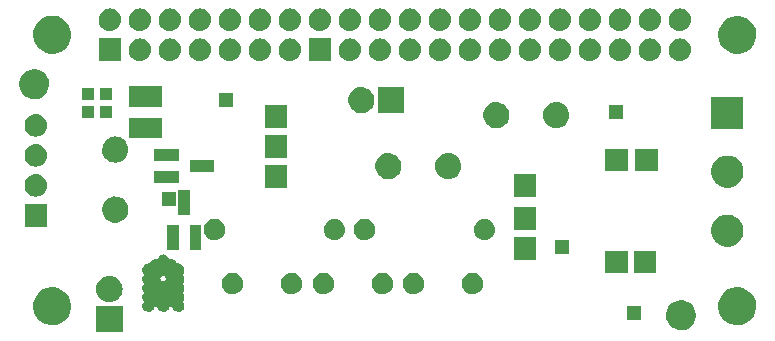
<source format=gbr>
G04 #@! TF.FileFunction,Soldermask,Bot*
%FSLAX46Y46*%
G04 Gerber Fmt 4.6, Leading zero omitted, Abs format (unit mm)*
G04 Created by KiCad (PCBNEW 4.0.6) date Sunday, December 16, 2018 'PMt' 05:25:45 PM*
%MOMM*%
%LPD*%
G01*
G04 APERTURE LIST*
%ADD10C,0.100000*%
G04 APERTURE END LIST*
D10*
G36*
X87988140Y-89512140D02*
X85747860Y-89512140D01*
X85747860Y-87271860D01*
X87988140Y-87271860D01*
X87988140Y-89512140D01*
X87988140Y-89512140D01*
G37*
G36*
X135402398Y-86785843D02*
X135646366Y-86835923D01*
X135875965Y-86932438D01*
X136082449Y-87071713D01*
X136257943Y-87248436D01*
X136395772Y-87455885D01*
X136490681Y-87686153D01*
X136538986Y-87930108D01*
X136538986Y-87930125D01*
X136539054Y-87930470D01*
X136535082Y-88214943D01*
X136535003Y-88215290D01*
X136535003Y-88215302D01*
X136479905Y-88457815D01*
X136378604Y-88685340D01*
X136235036Y-88888863D01*
X136054676Y-89060617D01*
X135844385Y-89194071D01*
X135612182Y-89284137D01*
X135366907Y-89327386D01*
X135117895Y-89322170D01*
X134874650Y-89268689D01*
X134646419Y-89168977D01*
X134441905Y-89026837D01*
X134268891Y-88847675D01*
X134133973Y-88638323D01*
X134042290Y-88406759D01*
X133997328Y-88161783D01*
X134000806Y-87912748D01*
X134052589Y-87669130D01*
X134150701Y-87440215D01*
X134291416Y-87234707D01*
X134469362Y-87060450D01*
X134677768Y-86924073D01*
X134908688Y-86830775D01*
X135153340Y-86784105D01*
X135402398Y-86785843D01*
X135402398Y-86785843D01*
G37*
G36*
X82208494Y-85706926D02*
X82516652Y-85770182D01*
X82806659Y-85892090D01*
X83067468Y-86068007D01*
X83289136Y-86291228D01*
X83463228Y-86553257D01*
X83583108Y-86844108D01*
X83644140Y-87152343D01*
X83644140Y-87152357D01*
X83644209Y-87152706D01*
X83639192Y-87512025D01*
X83639112Y-87512377D01*
X83639112Y-87512384D01*
X83569497Y-87818797D01*
X83441544Y-88106185D01*
X83260204Y-88363250D01*
X83032386Y-88580199D01*
X82766770Y-88748763D01*
X82473474Y-88862525D01*
X82163666Y-88917153D01*
X81849140Y-88910565D01*
X81541896Y-88843013D01*
X81253616Y-88717067D01*
X80995294Y-88537528D01*
X80776761Y-88311230D01*
X80606345Y-88046796D01*
X80490539Y-87754306D01*
X80433749Y-87444879D01*
X80438142Y-87130322D01*
X80503548Y-86822609D01*
X80627476Y-86533462D01*
X80805211Y-86273886D01*
X81029975Y-86053782D01*
X81293213Y-85881524D01*
X81584890Y-85763679D01*
X81893909Y-85704730D01*
X82208494Y-85706926D01*
X82208494Y-85706926D01*
G37*
G36*
X140208494Y-85706926D02*
X140516652Y-85770182D01*
X140806659Y-85892090D01*
X141067468Y-86068007D01*
X141289136Y-86291228D01*
X141463228Y-86553257D01*
X141583108Y-86844108D01*
X141644140Y-87152343D01*
X141644140Y-87152357D01*
X141644209Y-87152706D01*
X141639192Y-87512025D01*
X141639112Y-87512377D01*
X141639112Y-87512384D01*
X141569497Y-87818797D01*
X141441544Y-88106185D01*
X141260204Y-88363250D01*
X141032386Y-88580199D01*
X140766770Y-88748763D01*
X140473474Y-88862525D01*
X140163666Y-88917153D01*
X139849140Y-88910565D01*
X139541896Y-88843013D01*
X139253616Y-88717067D01*
X138995294Y-88537528D01*
X138776761Y-88311230D01*
X138606345Y-88046796D01*
X138490539Y-87754306D01*
X138433749Y-87444879D01*
X138438142Y-87130322D01*
X138503548Y-86822609D01*
X138627476Y-86533462D01*
X138805211Y-86273886D01*
X139029975Y-86053782D01*
X139293213Y-85881524D01*
X139584890Y-85763679D01*
X139893909Y-85704730D01*
X140208494Y-85706926D01*
X140208494Y-85706926D01*
G37*
G36*
X131922140Y-88488140D02*
X130713860Y-88488140D01*
X130713860Y-87279860D01*
X131922140Y-87279860D01*
X131922140Y-88488140D01*
X131922140Y-88488140D01*
G37*
G36*
X91494894Y-82916706D02*
X91595302Y-82937316D01*
X91689783Y-82977033D01*
X91774759Y-83034350D01*
X91846978Y-83107075D01*
X91903699Y-83192446D01*
X91936481Y-83271984D01*
X91943915Y-83284610D01*
X91954572Y-83294666D01*
X91967608Y-83301354D01*
X91981992Y-83304146D01*
X91994379Y-83303290D01*
X92027403Y-83296991D01*
X92129894Y-83297706D01*
X92230302Y-83318316D01*
X92324783Y-83358033D01*
X92409759Y-83415350D01*
X92481978Y-83488075D01*
X92538699Y-83573446D01*
X92571481Y-83652984D01*
X92578915Y-83665610D01*
X92589572Y-83675666D01*
X92602608Y-83682354D01*
X92616992Y-83685146D01*
X92629379Y-83684290D01*
X92662403Y-83677991D01*
X92764894Y-83678706D01*
X92865302Y-83699316D01*
X92959783Y-83739033D01*
X93044759Y-83796350D01*
X93116978Y-83869075D01*
X93173699Y-83954447D01*
X93212757Y-84049209D01*
X93232594Y-84149391D01*
X93232594Y-84149403D01*
X93232663Y-84149752D01*
X93231028Y-84266821D01*
X93230948Y-84267173D01*
X93230948Y-84267180D01*
X93208322Y-84366770D01*
X93166634Y-84460402D01*
X93107551Y-84544159D01*
X93106542Y-84545120D01*
X93097458Y-84556617D01*
X93091937Y-84570188D01*
X93090415Y-84584761D01*
X93093013Y-84599181D01*
X93099526Y-84612306D01*
X93105501Y-84619519D01*
X93116980Y-84631078D01*
X93173699Y-84716447D01*
X93212757Y-84811209D01*
X93232594Y-84911391D01*
X93232594Y-84911403D01*
X93232663Y-84911752D01*
X93231028Y-85028821D01*
X93230948Y-85029173D01*
X93230948Y-85029180D01*
X93208322Y-85128770D01*
X93166634Y-85222402D01*
X93107551Y-85306159D01*
X93106542Y-85307120D01*
X93097458Y-85318617D01*
X93091937Y-85332188D01*
X93090415Y-85346761D01*
X93093013Y-85361181D01*
X93099526Y-85374306D01*
X93105501Y-85381519D01*
X93116980Y-85393078D01*
X93173699Y-85478447D01*
X93212757Y-85573209D01*
X93232594Y-85673391D01*
X93232594Y-85673403D01*
X93232663Y-85673752D01*
X93231028Y-85790821D01*
X93230948Y-85791173D01*
X93230948Y-85791180D01*
X93208322Y-85890770D01*
X93166634Y-85984402D01*
X93107551Y-86068159D01*
X93106542Y-86069120D01*
X93097458Y-86080617D01*
X93091937Y-86094188D01*
X93090415Y-86108761D01*
X93093013Y-86123181D01*
X93099526Y-86136306D01*
X93105501Y-86143519D01*
X93116980Y-86155078D01*
X93173699Y-86240447D01*
X93212757Y-86335209D01*
X93232594Y-86435391D01*
X93232594Y-86435403D01*
X93232663Y-86435752D01*
X93231028Y-86552821D01*
X93230948Y-86553173D01*
X93230948Y-86553180D01*
X93208322Y-86652770D01*
X93166634Y-86746402D01*
X93107551Y-86830159D01*
X93106542Y-86831120D01*
X93097458Y-86842617D01*
X93091937Y-86856188D01*
X93090415Y-86870761D01*
X93093013Y-86885181D01*
X93099526Y-86898306D01*
X93105501Y-86905519D01*
X93116980Y-86917078D01*
X93173699Y-87002447D01*
X93212757Y-87097209D01*
X93232594Y-87197391D01*
X93232594Y-87197403D01*
X93232663Y-87197752D01*
X93231028Y-87314821D01*
X93230948Y-87315173D01*
X93230948Y-87315180D01*
X93208322Y-87414770D01*
X93166634Y-87508402D01*
X93107551Y-87592160D01*
X93033327Y-87662842D01*
X92946790Y-87717760D01*
X92851230Y-87754825D01*
X92750293Y-87772623D01*
X92647814Y-87770477D01*
X92547714Y-87748469D01*
X92453789Y-87707434D01*
X92369628Y-87648940D01*
X92298426Y-87575208D01*
X92242903Y-87489053D01*
X92214151Y-87416434D01*
X92206895Y-87403705D01*
X92196379Y-87393502D01*
X92183437Y-87386632D01*
X92169094Y-87383640D01*
X92156697Y-87384323D01*
X92115294Y-87391623D01*
X92012815Y-87389477D01*
X91996698Y-87385933D01*
X91982087Y-87384831D01*
X91967748Y-87387843D01*
X91954816Y-87394731D01*
X91944315Y-87404949D01*
X91937948Y-87415609D01*
X91896634Y-87508402D01*
X91837551Y-87592160D01*
X91763327Y-87662842D01*
X91676790Y-87717760D01*
X91581230Y-87754825D01*
X91480293Y-87772623D01*
X91377814Y-87770477D01*
X91277714Y-87748469D01*
X91183789Y-87707434D01*
X91099628Y-87648940D01*
X91028426Y-87575208D01*
X90972903Y-87489053D01*
X90944151Y-87416434D01*
X90936895Y-87403705D01*
X90926379Y-87393502D01*
X90913437Y-87386632D01*
X90899094Y-87383640D01*
X90886697Y-87384323D01*
X90845294Y-87391623D01*
X90742815Y-87389477D01*
X90726698Y-87385933D01*
X90712087Y-87384831D01*
X90697748Y-87387843D01*
X90684816Y-87394731D01*
X90674315Y-87404949D01*
X90667948Y-87415609D01*
X90626634Y-87508402D01*
X90567551Y-87592160D01*
X90493327Y-87662842D01*
X90406790Y-87717760D01*
X90311230Y-87754825D01*
X90210293Y-87772623D01*
X90107814Y-87770477D01*
X90007714Y-87748469D01*
X89913789Y-87707434D01*
X89829628Y-87648940D01*
X89758426Y-87575208D01*
X89702903Y-87489053D01*
X89665174Y-87393762D01*
X89646670Y-87292943D01*
X89648102Y-87190459D01*
X89669412Y-87090204D01*
X89709788Y-86996000D01*
X89767697Y-86911424D01*
X89774736Y-86904531D01*
X89783658Y-86892908D01*
X89788989Y-86879260D01*
X89790306Y-86864667D01*
X89787506Y-86850285D01*
X89780809Y-86837253D01*
X89775760Y-86831158D01*
X89758426Y-86813208D01*
X89702903Y-86727053D01*
X89665174Y-86631762D01*
X89646670Y-86530943D01*
X89648102Y-86428459D01*
X89669412Y-86328204D01*
X89709788Y-86234000D01*
X89767697Y-86149424D01*
X89774736Y-86142531D01*
X89783658Y-86130908D01*
X89788989Y-86117260D01*
X89790306Y-86102667D01*
X89787506Y-86088285D01*
X89780809Y-86075253D01*
X89775760Y-86069158D01*
X89758426Y-86051208D01*
X89702903Y-85965053D01*
X89665174Y-85869762D01*
X89646670Y-85768943D01*
X89648102Y-85666459D01*
X89669412Y-85566204D01*
X89709788Y-85472000D01*
X89767697Y-85387424D01*
X89774736Y-85380531D01*
X89783658Y-85368908D01*
X89788989Y-85355260D01*
X89790306Y-85340667D01*
X89787506Y-85326285D01*
X89780809Y-85313253D01*
X89775760Y-85307158D01*
X89758426Y-85289208D01*
X89702903Y-85203053D01*
X89665174Y-85107762D01*
X89646670Y-85006943D01*
X89647245Y-84965761D01*
X91185415Y-84965761D01*
X91188013Y-84980181D01*
X91194526Y-84993306D01*
X91200501Y-85000519D01*
X91211980Y-85012078D01*
X91268699Y-85097446D01*
X91301481Y-85176984D01*
X91308915Y-85189610D01*
X91319572Y-85199666D01*
X91332608Y-85206354D01*
X91346992Y-85209146D01*
X91359379Y-85208290D01*
X91392403Y-85201991D01*
X91494895Y-85202706D01*
X91519488Y-85207754D01*
X91534112Y-85208651D01*
X91548408Y-85205438D01*
X91561243Y-85198370D01*
X91571600Y-85188006D01*
X91577816Y-85177260D01*
X91614788Y-85091000D01*
X91672697Y-85006424D01*
X91679736Y-84999531D01*
X91688658Y-84987908D01*
X91693989Y-84974260D01*
X91695306Y-84959667D01*
X91692506Y-84945285D01*
X91685809Y-84932253D01*
X91680760Y-84926158D01*
X91663426Y-84908208D01*
X91607903Y-84822053D01*
X91579151Y-84749434D01*
X91571895Y-84736705D01*
X91561379Y-84726502D01*
X91548437Y-84719632D01*
X91534094Y-84716640D01*
X91521697Y-84717323D01*
X91480294Y-84724623D01*
X91377815Y-84722477D01*
X91361698Y-84718933D01*
X91347087Y-84717831D01*
X91332748Y-84720843D01*
X91319816Y-84727731D01*
X91309315Y-84737949D01*
X91302948Y-84748609D01*
X91261634Y-84841402D01*
X91202551Y-84925159D01*
X91201542Y-84926120D01*
X91192458Y-84937617D01*
X91186937Y-84951188D01*
X91185415Y-84965761D01*
X89647245Y-84965761D01*
X89648102Y-84904459D01*
X89669412Y-84804204D01*
X89709788Y-84710000D01*
X89767697Y-84625424D01*
X89774736Y-84618531D01*
X89783658Y-84606908D01*
X89788989Y-84593260D01*
X89790306Y-84578667D01*
X89787506Y-84564285D01*
X89780809Y-84551253D01*
X89775760Y-84545158D01*
X89758426Y-84527208D01*
X89702903Y-84441053D01*
X89665174Y-84345762D01*
X89646670Y-84244943D01*
X89648102Y-84142459D01*
X89669412Y-84042204D01*
X89709788Y-83948000D01*
X89767697Y-83863425D01*
X89840926Y-83791714D01*
X89926688Y-83735593D01*
X90021723Y-83697196D01*
X90122403Y-83677991D01*
X90224895Y-83678706D01*
X90249488Y-83683754D01*
X90264112Y-83684651D01*
X90278408Y-83681438D01*
X90291243Y-83674370D01*
X90301600Y-83664006D01*
X90307816Y-83653260D01*
X90344788Y-83567000D01*
X90402697Y-83482425D01*
X90475926Y-83410714D01*
X90561688Y-83354593D01*
X90656723Y-83316196D01*
X90757403Y-83296991D01*
X90859895Y-83297706D01*
X90884488Y-83302754D01*
X90899112Y-83303651D01*
X90913408Y-83300438D01*
X90926243Y-83293370D01*
X90936600Y-83283006D01*
X90942816Y-83272260D01*
X90979788Y-83186000D01*
X91037697Y-83101425D01*
X91110926Y-83029714D01*
X91196688Y-82973593D01*
X91291723Y-82935196D01*
X91392403Y-82915991D01*
X91494894Y-82916706D01*
X91494894Y-82916706D01*
G37*
G36*
X86886954Y-84731954D02*
X86886957Y-84731954D01*
X86889060Y-84731969D01*
X87106310Y-84756338D01*
X87314690Y-84822440D01*
X87506262Y-84927757D01*
X87673729Y-85068279D01*
X87810713Y-85238653D01*
X87911996Y-85432388D01*
X87973719Y-85642107D01*
X87973722Y-85642141D01*
X87973725Y-85642151D01*
X87993534Y-85859819D01*
X87970688Y-86077188D01*
X87970685Y-86077198D01*
X87970681Y-86077235D01*
X87906036Y-86286072D01*
X87802058Y-86478374D01*
X87662709Y-86646819D01*
X87493296Y-86784988D01*
X87300272Y-86887621D01*
X87090990Y-86950807D01*
X86873420Y-86972140D01*
X86862547Y-86972140D01*
X86849046Y-86972046D01*
X86849043Y-86972046D01*
X86846940Y-86972031D01*
X86629690Y-86947662D01*
X86421310Y-86881560D01*
X86229738Y-86776243D01*
X86062271Y-86635721D01*
X85925287Y-86465347D01*
X85824004Y-86271612D01*
X85762281Y-86061893D01*
X85762278Y-86061859D01*
X85762275Y-86061849D01*
X85742466Y-85844181D01*
X85765312Y-85626812D01*
X85765315Y-85626802D01*
X85765319Y-85626765D01*
X85829964Y-85417928D01*
X85933942Y-85225626D01*
X86073291Y-85057181D01*
X86242704Y-84919012D01*
X86435728Y-84816379D01*
X86645010Y-84753193D01*
X86862580Y-84731860D01*
X86873453Y-84731860D01*
X86886954Y-84731954D01*
X86886954Y-84731954D01*
G37*
G36*
X102390965Y-84484460D02*
X102564660Y-84520114D01*
X102728111Y-84588823D01*
X102875110Y-84687974D01*
X103000052Y-84813792D01*
X103098174Y-84961477D01*
X103165742Y-85125410D01*
X103200110Y-85298983D01*
X103200110Y-85298995D01*
X103200179Y-85299344D01*
X103197351Y-85501867D01*
X103197272Y-85502214D01*
X103197272Y-85502226D01*
X103158070Y-85674773D01*
X103085952Y-85836753D01*
X102983742Y-85981646D01*
X102855338Y-86103923D01*
X102705632Y-86198928D01*
X102540319Y-86263049D01*
X102365702Y-86293839D01*
X102188424Y-86290126D01*
X102015254Y-86252052D01*
X101852770Y-86181065D01*
X101707173Y-86079872D01*
X101584000Y-85952323D01*
X101487949Y-85803280D01*
X101422678Y-85638427D01*
X101390669Y-85464021D01*
X101393145Y-85286728D01*
X101430010Y-85113292D01*
X101499859Y-84950321D01*
X101600037Y-84804015D01*
X101726720Y-84679958D01*
X101875089Y-84582868D01*
X102039485Y-84516448D01*
X102213659Y-84483222D01*
X102390965Y-84484460D01*
X102390965Y-84484460D01*
G37*
G36*
X97390965Y-84484460D02*
X97564660Y-84520114D01*
X97728111Y-84588823D01*
X97875110Y-84687974D01*
X98000052Y-84813792D01*
X98098174Y-84961477D01*
X98165742Y-85125410D01*
X98200110Y-85298983D01*
X98200110Y-85298995D01*
X98200179Y-85299344D01*
X98197351Y-85501867D01*
X98197272Y-85502214D01*
X98197272Y-85502226D01*
X98158070Y-85674773D01*
X98085952Y-85836753D01*
X97983742Y-85981646D01*
X97855338Y-86103923D01*
X97705632Y-86198928D01*
X97540319Y-86263049D01*
X97365702Y-86293839D01*
X97188424Y-86290126D01*
X97015254Y-86252052D01*
X96852770Y-86181065D01*
X96707173Y-86079872D01*
X96584000Y-85952323D01*
X96487949Y-85803280D01*
X96422678Y-85638427D01*
X96390669Y-85464021D01*
X96393145Y-85286728D01*
X96430010Y-85113292D01*
X96499859Y-84950321D01*
X96600037Y-84804015D01*
X96726720Y-84679958D01*
X96875089Y-84582868D01*
X97039485Y-84516448D01*
X97213659Y-84483222D01*
X97390965Y-84484460D01*
X97390965Y-84484460D01*
G37*
G36*
X105090965Y-84484460D02*
X105264660Y-84520114D01*
X105428111Y-84588823D01*
X105575110Y-84687974D01*
X105700052Y-84813792D01*
X105798174Y-84961477D01*
X105865742Y-85125410D01*
X105900110Y-85298983D01*
X105900110Y-85298995D01*
X105900179Y-85299344D01*
X105897351Y-85501867D01*
X105897272Y-85502214D01*
X105897272Y-85502226D01*
X105858070Y-85674773D01*
X105785952Y-85836753D01*
X105683742Y-85981646D01*
X105555338Y-86103923D01*
X105405632Y-86198928D01*
X105240319Y-86263049D01*
X105065702Y-86293839D01*
X104888424Y-86290126D01*
X104715254Y-86252052D01*
X104552770Y-86181065D01*
X104407173Y-86079872D01*
X104284000Y-85952323D01*
X104187949Y-85803280D01*
X104122678Y-85638427D01*
X104090669Y-85464021D01*
X104093145Y-85286728D01*
X104130010Y-85113292D01*
X104199859Y-84950321D01*
X104300037Y-84804015D01*
X104426720Y-84679958D01*
X104575089Y-84582868D01*
X104739485Y-84516448D01*
X104913659Y-84483222D01*
X105090965Y-84484460D01*
X105090965Y-84484460D01*
G37*
G36*
X110090965Y-84484460D02*
X110264660Y-84520114D01*
X110428111Y-84588823D01*
X110575110Y-84687974D01*
X110700052Y-84813792D01*
X110798174Y-84961477D01*
X110865742Y-85125410D01*
X110900110Y-85298983D01*
X110900110Y-85298995D01*
X110900179Y-85299344D01*
X110897351Y-85501867D01*
X110897272Y-85502214D01*
X110897272Y-85502226D01*
X110858070Y-85674773D01*
X110785952Y-85836753D01*
X110683742Y-85981646D01*
X110555338Y-86103923D01*
X110405632Y-86198928D01*
X110240319Y-86263049D01*
X110065702Y-86293839D01*
X109888424Y-86290126D01*
X109715254Y-86252052D01*
X109552770Y-86181065D01*
X109407173Y-86079872D01*
X109284000Y-85952323D01*
X109187949Y-85803280D01*
X109122678Y-85638427D01*
X109090669Y-85464021D01*
X109093145Y-85286728D01*
X109130010Y-85113292D01*
X109199859Y-84950321D01*
X109300037Y-84804015D01*
X109426720Y-84679958D01*
X109575089Y-84582868D01*
X109739485Y-84516448D01*
X109913659Y-84483222D01*
X110090965Y-84484460D01*
X110090965Y-84484460D01*
G37*
G36*
X112710965Y-84484460D02*
X112884660Y-84520114D01*
X113048111Y-84588823D01*
X113195110Y-84687974D01*
X113320052Y-84813792D01*
X113418174Y-84961477D01*
X113485742Y-85125410D01*
X113520110Y-85298983D01*
X113520110Y-85298995D01*
X113520179Y-85299344D01*
X113517351Y-85501867D01*
X113517272Y-85502214D01*
X113517272Y-85502226D01*
X113478070Y-85674773D01*
X113405952Y-85836753D01*
X113303742Y-85981646D01*
X113175338Y-86103923D01*
X113025632Y-86198928D01*
X112860319Y-86263049D01*
X112685702Y-86293839D01*
X112508424Y-86290126D01*
X112335254Y-86252052D01*
X112172770Y-86181065D01*
X112027173Y-86079872D01*
X111904000Y-85952323D01*
X111807949Y-85803280D01*
X111742678Y-85638427D01*
X111710669Y-85464021D01*
X111713145Y-85286728D01*
X111750010Y-85113292D01*
X111819859Y-84950321D01*
X111920037Y-84804015D01*
X112046720Y-84679958D01*
X112195089Y-84582868D01*
X112359485Y-84516448D01*
X112533659Y-84483222D01*
X112710965Y-84484460D01*
X112710965Y-84484460D01*
G37*
G36*
X117710965Y-84484460D02*
X117884660Y-84520114D01*
X118048111Y-84588823D01*
X118195110Y-84687974D01*
X118320052Y-84813792D01*
X118418174Y-84961477D01*
X118485742Y-85125410D01*
X118520110Y-85298983D01*
X118520110Y-85298995D01*
X118520179Y-85299344D01*
X118517351Y-85501867D01*
X118517272Y-85502214D01*
X118517272Y-85502226D01*
X118478070Y-85674773D01*
X118405952Y-85836753D01*
X118303742Y-85981646D01*
X118175338Y-86103923D01*
X118025632Y-86198928D01*
X117860319Y-86263049D01*
X117685702Y-86293839D01*
X117508424Y-86290126D01*
X117335254Y-86252052D01*
X117172770Y-86181065D01*
X117027173Y-86079872D01*
X116904000Y-85952323D01*
X116807949Y-85803280D01*
X116742678Y-85638427D01*
X116710669Y-85464021D01*
X116713145Y-85286728D01*
X116750010Y-85113292D01*
X116819859Y-84950321D01*
X116920037Y-84804015D01*
X117046720Y-84679958D01*
X117195089Y-84582868D01*
X117359485Y-84516448D01*
X117533659Y-84483222D01*
X117710965Y-84484460D01*
X117710965Y-84484460D01*
G37*
G36*
X133161140Y-84520140D02*
X131252860Y-84520140D01*
X131252860Y-82611860D01*
X133161140Y-82611860D01*
X133161140Y-84520140D01*
X133161140Y-84520140D01*
G37*
G36*
X130748140Y-84520140D02*
X128839860Y-84520140D01*
X128839860Y-82611860D01*
X130748140Y-82611860D01*
X130748140Y-84520140D01*
X130748140Y-84520140D01*
G37*
G36*
X123001140Y-83377140D02*
X121092860Y-83377140D01*
X121092860Y-81468860D01*
X123001140Y-81468860D01*
X123001140Y-83377140D01*
X123001140Y-83377140D01*
G37*
G36*
X125826140Y-82900140D02*
X124617860Y-82900140D01*
X124617860Y-81691860D01*
X125826140Y-81691860D01*
X125826140Y-82900140D01*
X125826140Y-82900140D01*
G37*
G36*
X92772140Y-82564140D02*
X91763860Y-82564140D01*
X91763860Y-80455860D01*
X92772140Y-80455860D01*
X92772140Y-82564140D01*
X92772140Y-82564140D01*
G37*
G36*
X94672140Y-82564140D02*
X93663860Y-82564140D01*
X93663860Y-80455860D01*
X94672140Y-80455860D01*
X94672140Y-82564140D01*
X94672140Y-82564140D01*
G37*
G36*
X139348230Y-79556760D02*
X139608373Y-79610159D01*
X139853178Y-79713066D01*
X140073341Y-79861568D01*
X140260462Y-80050000D01*
X140407422Y-80271193D01*
X140508620Y-80516716D01*
X140560129Y-80776857D01*
X140560129Y-80776871D01*
X140560198Y-80777220D01*
X140555963Y-81080540D01*
X140555883Y-81080892D01*
X140555883Y-81080899D01*
X140497130Y-81339503D01*
X140389119Y-81582102D01*
X140236038Y-81799107D01*
X140043726Y-81982243D01*
X139819508Y-82124535D01*
X139571918Y-82220569D01*
X139310393Y-82266683D01*
X139044885Y-82261122D01*
X138785524Y-82204098D01*
X138542171Y-82097780D01*
X138324109Y-81946222D01*
X138139632Y-81755192D01*
X137995777Y-81531973D01*
X137898017Y-81285058D01*
X137850078Y-81023858D01*
X137853786Y-80758324D01*
X137908999Y-80498567D01*
X138013613Y-80254483D01*
X138163649Y-80035361D01*
X138353384Y-79849560D01*
X138575597Y-79704147D01*
X138821817Y-79604668D01*
X139082677Y-79554906D01*
X139348230Y-79556760D01*
X139348230Y-79556760D01*
G37*
G36*
X108566965Y-79912460D02*
X108740660Y-79948114D01*
X108904111Y-80016823D01*
X109051110Y-80115974D01*
X109176052Y-80241792D01*
X109274174Y-80389477D01*
X109341742Y-80553410D01*
X109376110Y-80726983D01*
X109376110Y-80726995D01*
X109376179Y-80727344D01*
X109373351Y-80929867D01*
X109373272Y-80930214D01*
X109373272Y-80930226D01*
X109334070Y-81102773D01*
X109261952Y-81264753D01*
X109159742Y-81409646D01*
X109031338Y-81531923D01*
X108881632Y-81626928D01*
X108716319Y-81691049D01*
X108541702Y-81721839D01*
X108364424Y-81718126D01*
X108191254Y-81680052D01*
X108028770Y-81609065D01*
X107883173Y-81507872D01*
X107760000Y-81380323D01*
X107663949Y-81231280D01*
X107598678Y-81066427D01*
X107566669Y-80892021D01*
X107569145Y-80714728D01*
X107606010Y-80541292D01*
X107675859Y-80378321D01*
X107776037Y-80232015D01*
X107902720Y-80107958D01*
X108051089Y-80010868D01*
X108215485Y-79944448D01*
X108389659Y-79911222D01*
X108566965Y-79912460D01*
X108566965Y-79912460D01*
G37*
G36*
X95866965Y-79912460D02*
X96040660Y-79948114D01*
X96204111Y-80016823D01*
X96351110Y-80115974D01*
X96476052Y-80241792D01*
X96574174Y-80389477D01*
X96641742Y-80553410D01*
X96676110Y-80726983D01*
X96676110Y-80726995D01*
X96676179Y-80727344D01*
X96673351Y-80929867D01*
X96673272Y-80930214D01*
X96673272Y-80930226D01*
X96634070Y-81102773D01*
X96561952Y-81264753D01*
X96459742Y-81409646D01*
X96331338Y-81531923D01*
X96181632Y-81626928D01*
X96016319Y-81691049D01*
X95841702Y-81721839D01*
X95664424Y-81718126D01*
X95491254Y-81680052D01*
X95328770Y-81609065D01*
X95183173Y-81507872D01*
X95060000Y-81380323D01*
X94963949Y-81231280D01*
X94898678Y-81066427D01*
X94866669Y-80892021D01*
X94869145Y-80714728D01*
X94906010Y-80541292D01*
X94975859Y-80378321D01*
X95076037Y-80232015D01*
X95202720Y-80107958D01*
X95351089Y-80010868D01*
X95515485Y-79944448D01*
X95689659Y-79911222D01*
X95866965Y-79912460D01*
X95866965Y-79912460D01*
G37*
G36*
X118646884Y-79911933D02*
X118646886Y-79911933D01*
X118648999Y-79911948D01*
X118824356Y-79931618D01*
X118992554Y-79984973D01*
X119147184Y-80069982D01*
X119282358Y-80183406D01*
X119392927Y-80320926D01*
X119474679Y-80477303D01*
X119524500Y-80646581D01*
X119524503Y-80646615D01*
X119524506Y-80646625D01*
X119540495Y-80822311D01*
X119522055Y-80997755D01*
X119522052Y-80997765D01*
X119522048Y-80997803D01*
X119469868Y-81166368D01*
X119385941Y-81321589D01*
X119273463Y-81457551D01*
X119136718Y-81569077D01*
X118980916Y-81651919D01*
X118811990Y-81702921D01*
X118636375Y-81720140D01*
X118627592Y-81720140D01*
X118617116Y-81720067D01*
X118617114Y-81720067D01*
X118615001Y-81720052D01*
X118439644Y-81700382D01*
X118271446Y-81647027D01*
X118116816Y-81562018D01*
X117981642Y-81448594D01*
X117871073Y-81311074D01*
X117789321Y-81154697D01*
X117739500Y-80985419D01*
X117739497Y-80985385D01*
X117739494Y-80985375D01*
X117723505Y-80809689D01*
X117741945Y-80634245D01*
X117741948Y-80634235D01*
X117741952Y-80634197D01*
X117794132Y-80465632D01*
X117878059Y-80310411D01*
X117990537Y-80174449D01*
X118127282Y-80062923D01*
X118283084Y-79980081D01*
X118452010Y-79929079D01*
X118627625Y-79911860D01*
X118636408Y-79911860D01*
X118646884Y-79911933D01*
X118646884Y-79911933D01*
G37*
G36*
X105946884Y-79911933D02*
X105946886Y-79911933D01*
X105948999Y-79911948D01*
X106124356Y-79931618D01*
X106292554Y-79984973D01*
X106447184Y-80069982D01*
X106582358Y-80183406D01*
X106692927Y-80320926D01*
X106774679Y-80477303D01*
X106824500Y-80646581D01*
X106824503Y-80646615D01*
X106824506Y-80646625D01*
X106840495Y-80822311D01*
X106822055Y-80997755D01*
X106822052Y-80997765D01*
X106822048Y-80997803D01*
X106769868Y-81166368D01*
X106685941Y-81321589D01*
X106573463Y-81457551D01*
X106436718Y-81569077D01*
X106280916Y-81651919D01*
X106111990Y-81702921D01*
X105936375Y-81720140D01*
X105927592Y-81720140D01*
X105917116Y-81720067D01*
X105917114Y-81720067D01*
X105915001Y-81720052D01*
X105739644Y-81700382D01*
X105571446Y-81647027D01*
X105416816Y-81562018D01*
X105281642Y-81448594D01*
X105171073Y-81311074D01*
X105089321Y-81154697D01*
X105039500Y-80985419D01*
X105039497Y-80985385D01*
X105039494Y-80985375D01*
X105023505Y-80809689D01*
X105041945Y-80634245D01*
X105041948Y-80634235D01*
X105041952Y-80634197D01*
X105094132Y-80465632D01*
X105178059Y-80310411D01*
X105290537Y-80174449D01*
X105427282Y-80062923D01*
X105583084Y-79980081D01*
X105752010Y-79929079D01*
X105927625Y-79911860D01*
X105936408Y-79911860D01*
X105946884Y-79911933D01*
X105946884Y-79911933D01*
G37*
G36*
X123001140Y-80837140D02*
X121092860Y-80837140D01*
X121092860Y-78928860D01*
X123001140Y-78928860D01*
X123001140Y-80837140D01*
X123001140Y-80837140D01*
G37*
G36*
X81604140Y-80574140D02*
X79695860Y-80574140D01*
X79695860Y-78665860D01*
X81604140Y-78665860D01*
X81604140Y-80574140D01*
X81604140Y-80574140D01*
G37*
G36*
X87491977Y-78017593D02*
X87704083Y-78061133D01*
X87903696Y-78145043D01*
X88083214Y-78266129D01*
X88235789Y-78419772D01*
X88355617Y-78600129D01*
X88438132Y-78800324D01*
X88480118Y-79012371D01*
X88480118Y-79012385D01*
X88480187Y-79012734D01*
X88476733Y-79260055D01*
X88476654Y-79260402D01*
X88476654Y-79260414D01*
X88428763Y-79471208D01*
X88340692Y-79669019D01*
X88215873Y-79845962D01*
X88059068Y-79995285D01*
X87876241Y-80111310D01*
X87674363Y-80189613D01*
X87461120Y-80227214D01*
X87244629Y-80222679D01*
X87033152Y-80176183D01*
X86834727Y-80089493D01*
X86656923Y-79965916D01*
X86506504Y-79810153D01*
X86389205Y-79628141D01*
X86309496Y-79426820D01*
X86270407Y-79213838D01*
X86273430Y-78997326D01*
X86318450Y-78785525D01*
X86403750Y-78586505D01*
X86526088Y-78407836D01*
X86680793Y-78256337D01*
X86861982Y-78137770D01*
X87062744Y-78056657D01*
X87275445Y-78016083D01*
X87491977Y-78017593D01*
X87491977Y-78017593D01*
G37*
G36*
X93722140Y-79564140D02*
X92713860Y-79564140D01*
X92713860Y-77455860D01*
X93722140Y-77455860D01*
X93722140Y-79564140D01*
X93722140Y-79564140D01*
G37*
G36*
X92552140Y-78836140D02*
X91343860Y-78836140D01*
X91343860Y-77627860D01*
X92552140Y-77627860D01*
X92552140Y-78836140D01*
X92552140Y-78836140D01*
G37*
G36*
X123001140Y-78043140D02*
X121092860Y-78043140D01*
X121092860Y-76134860D01*
X123001140Y-76134860D01*
X123001140Y-78043140D01*
X123001140Y-78043140D01*
G37*
G36*
X80665833Y-76125938D02*
X80665836Y-76125938D01*
X80667939Y-76125953D01*
X80852994Y-76146710D01*
X81030493Y-76203016D01*
X81193675Y-76292726D01*
X81336324Y-76412423D01*
X81453007Y-76557548D01*
X81539280Y-76722573D01*
X81591857Y-76901212D01*
X81591861Y-76901251D01*
X81591863Y-76901259D01*
X81608735Y-77086660D01*
X81589275Y-77271810D01*
X81589273Y-77271816D01*
X81589269Y-77271856D01*
X81534204Y-77449744D01*
X81445635Y-77613548D01*
X81326937Y-77757030D01*
X81182630Y-77874723D01*
X81018211Y-77962146D01*
X80839944Y-78015969D01*
X80654617Y-78034140D01*
X80645351Y-78034140D01*
X80634167Y-78034062D01*
X80634164Y-78034062D01*
X80632061Y-78034047D01*
X80447006Y-78013290D01*
X80269507Y-77956984D01*
X80106325Y-77867274D01*
X79963676Y-77747577D01*
X79846993Y-77602452D01*
X79760720Y-77437427D01*
X79708143Y-77258788D01*
X79708139Y-77258749D01*
X79708137Y-77258741D01*
X79691265Y-77073340D01*
X79710725Y-76888190D01*
X79710727Y-76888184D01*
X79710731Y-76888144D01*
X79765796Y-76710256D01*
X79854365Y-76546452D01*
X79973063Y-76402970D01*
X80117370Y-76285277D01*
X80281789Y-76197854D01*
X80460056Y-76144031D01*
X80645383Y-76125860D01*
X80654649Y-76125860D01*
X80665833Y-76125938D01*
X80665833Y-76125938D01*
G37*
G36*
X101919140Y-77281140D02*
X100010860Y-77281140D01*
X100010860Y-75372860D01*
X101919140Y-75372860D01*
X101919140Y-77281140D01*
X101919140Y-77281140D01*
G37*
G36*
X139348230Y-74556760D02*
X139608373Y-74610159D01*
X139853178Y-74713066D01*
X140073341Y-74861568D01*
X140260462Y-75050000D01*
X140407422Y-75271193D01*
X140508620Y-75516716D01*
X140560129Y-75776857D01*
X140560129Y-75776871D01*
X140560198Y-75777220D01*
X140555963Y-76080540D01*
X140555883Y-76080892D01*
X140555883Y-76080899D01*
X140497130Y-76339503D01*
X140389119Y-76582102D01*
X140236038Y-76799107D01*
X140043726Y-76982243D01*
X139819508Y-77124535D01*
X139571918Y-77220569D01*
X139310393Y-77266683D01*
X139044885Y-77261122D01*
X138785524Y-77204098D01*
X138542171Y-77097780D01*
X138324109Y-76946222D01*
X138139632Y-76755192D01*
X137995777Y-76531973D01*
X137898017Y-76285058D01*
X137850078Y-76023858D01*
X137853786Y-75758324D01*
X137908999Y-75498567D01*
X138013613Y-75254483D01*
X138163649Y-75035361D01*
X138353384Y-74849560D01*
X138575597Y-74704147D01*
X138821817Y-74604668D01*
X139082677Y-74554906D01*
X139348230Y-74556760D01*
X139348230Y-74556760D01*
G37*
G36*
X92772140Y-76892140D02*
X90663860Y-76892140D01*
X90663860Y-75883860D01*
X92772140Y-75883860D01*
X92772140Y-76892140D01*
X92772140Y-76892140D01*
G37*
G36*
X110605977Y-74334593D02*
X110818083Y-74378133D01*
X111017696Y-74462043D01*
X111197214Y-74583129D01*
X111349789Y-74736772D01*
X111469617Y-74917129D01*
X111552132Y-75117324D01*
X111594118Y-75329371D01*
X111594118Y-75329385D01*
X111594187Y-75329734D01*
X111590733Y-75577055D01*
X111590654Y-75577402D01*
X111590654Y-75577414D01*
X111542763Y-75788208D01*
X111454692Y-75986019D01*
X111329873Y-76162962D01*
X111173068Y-76312285D01*
X110990241Y-76428310D01*
X110788363Y-76506613D01*
X110575120Y-76544214D01*
X110358629Y-76539679D01*
X110147152Y-76493183D01*
X109948727Y-76406493D01*
X109770923Y-76282916D01*
X109620504Y-76127153D01*
X109503205Y-75945141D01*
X109423496Y-75743820D01*
X109384407Y-75530838D01*
X109387430Y-75314326D01*
X109432450Y-75102525D01*
X109517750Y-74903505D01*
X109640088Y-74724836D01*
X109794793Y-74573337D01*
X109975982Y-74454770D01*
X110176744Y-74373657D01*
X110389445Y-74333083D01*
X110605977Y-74334593D01*
X110605977Y-74334593D01*
G37*
G36*
X115588642Y-74333953D02*
X115588644Y-74333953D01*
X115590758Y-74333968D01*
X115804906Y-74357988D01*
X116010309Y-74423146D01*
X116199145Y-74526959D01*
X116364220Y-74665474D01*
X116499247Y-74833414D01*
X116599083Y-75024382D01*
X116659925Y-75231105D01*
X116659928Y-75231141D01*
X116659930Y-75231147D01*
X116679457Y-75445707D01*
X116656937Y-75659970D01*
X116656934Y-75659980D01*
X116656930Y-75660018D01*
X116593208Y-75865871D01*
X116490716Y-76055427D01*
X116353357Y-76221465D01*
X116186364Y-76357662D01*
X115996097Y-76458828D01*
X115789804Y-76521112D01*
X115575342Y-76542140D01*
X115564627Y-76542140D01*
X115551358Y-76542047D01*
X115551356Y-76542047D01*
X115549242Y-76542032D01*
X115335094Y-76518012D01*
X115129691Y-76452854D01*
X114940855Y-76349041D01*
X114775780Y-76210526D01*
X114640753Y-76042586D01*
X114540917Y-75851618D01*
X114480075Y-75644895D01*
X114480072Y-75644859D01*
X114480070Y-75644853D01*
X114460543Y-75430293D01*
X114483063Y-75216030D01*
X114483066Y-75216020D01*
X114483070Y-75215982D01*
X114546792Y-75010129D01*
X114649284Y-74820573D01*
X114786643Y-74654535D01*
X114953636Y-74518338D01*
X115143903Y-74417172D01*
X115350196Y-74354888D01*
X115564658Y-74333860D01*
X115575373Y-74333860D01*
X115588642Y-74333953D01*
X115588642Y-74333953D01*
G37*
G36*
X95772140Y-75942140D02*
X93663860Y-75942140D01*
X93663860Y-74933860D01*
X95772140Y-74933860D01*
X95772140Y-75942140D01*
X95772140Y-75942140D01*
G37*
G36*
X133288140Y-75884140D02*
X131379860Y-75884140D01*
X131379860Y-73975860D01*
X133288140Y-73975860D01*
X133288140Y-75884140D01*
X133288140Y-75884140D01*
G37*
G36*
X130748140Y-75884140D02*
X128839860Y-75884140D01*
X128839860Y-73975860D01*
X130748140Y-73975860D01*
X130748140Y-75884140D01*
X130748140Y-75884140D01*
G37*
G36*
X80665833Y-73585938D02*
X80665836Y-73585938D01*
X80667939Y-73585953D01*
X80852994Y-73606710D01*
X81030493Y-73663016D01*
X81193675Y-73752726D01*
X81336324Y-73872423D01*
X81453007Y-74017548D01*
X81539280Y-74182573D01*
X81591857Y-74361212D01*
X81591861Y-74361251D01*
X81591863Y-74361259D01*
X81608735Y-74546660D01*
X81589275Y-74731810D01*
X81589273Y-74731816D01*
X81589269Y-74731856D01*
X81534204Y-74909744D01*
X81445635Y-75073548D01*
X81326937Y-75217030D01*
X81182630Y-75334723D01*
X81018211Y-75422146D01*
X80839944Y-75475969D01*
X80654617Y-75494140D01*
X80645351Y-75494140D01*
X80634167Y-75494062D01*
X80634164Y-75494062D01*
X80632061Y-75494047D01*
X80447006Y-75473290D01*
X80269507Y-75416984D01*
X80106325Y-75327274D01*
X79963676Y-75207577D01*
X79846993Y-75062452D01*
X79760720Y-74897427D01*
X79708143Y-74718788D01*
X79708139Y-74718749D01*
X79708137Y-74718741D01*
X79691265Y-74533340D01*
X79710725Y-74348190D01*
X79710727Y-74348184D01*
X79710731Y-74348144D01*
X79765796Y-74170256D01*
X79854365Y-74006452D01*
X79973063Y-73862970D01*
X80117370Y-73745277D01*
X80281789Y-73657854D01*
X80460056Y-73604031D01*
X80645383Y-73585860D01*
X80654649Y-73585860D01*
X80665833Y-73585938D01*
X80665833Y-73585938D01*
G37*
G36*
X87597970Y-72954063D02*
X87597980Y-72954066D01*
X87598018Y-72954070D01*
X87803871Y-73017792D01*
X87993427Y-73120284D01*
X88159465Y-73257643D01*
X88295662Y-73424636D01*
X88396828Y-73614903D01*
X88459112Y-73821196D01*
X88480140Y-74035658D01*
X88480140Y-74046342D01*
X88480032Y-74061758D01*
X88456012Y-74275906D01*
X88390854Y-74481309D01*
X88287041Y-74670145D01*
X88148526Y-74835220D01*
X87980586Y-74970247D01*
X87789618Y-75070083D01*
X87582895Y-75130925D01*
X87582859Y-75130928D01*
X87582853Y-75130930D01*
X87368293Y-75150457D01*
X87154030Y-75127937D01*
X87154020Y-75127934D01*
X87153982Y-75127930D01*
X86948129Y-75064208D01*
X86758573Y-74961716D01*
X86592535Y-74824357D01*
X86456338Y-74657364D01*
X86355172Y-74467097D01*
X86292888Y-74260804D01*
X86271860Y-74046342D01*
X86271860Y-74035658D01*
X86271968Y-74020242D01*
X86295988Y-73806094D01*
X86361146Y-73600691D01*
X86464959Y-73411855D01*
X86603474Y-73246780D01*
X86771414Y-73111753D01*
X86962382Y-73011917D01*
X87169105Y-72951075D01*
X87169141Y-72951072D01*
X87169147Y-72951070D01*
X87383707Y-72931543D01*
X87597970Y-72954063D01*
X87597970Y-72954063D01*
G37*
G36*
X92772140Y-74992140D02*
X90663860Y-74992140D01*
X90663860Y-73983860D01*
X92772140Y-73983860D01*
X92772140Y-74992140D01*
X92772140Y-74992140D01*
G37*
G36*
X101919140Y-74741140D02*
X100010860Y-74741140D01*
X100010860Y-72832860D01*
X101919140Y-72832860D01*
X101919140Y-74741140D01*
X101919140Y-74741140D01*
G37*
G36*
X91295140Y-73100140D02*
X88536860Y-73100140D01*
X88536860Y-71331860D01*
X91295140Y-71331860D01*
X91295140Y-73100140D01*
X91295140Y-73100140D01*
G37*
G36*
X80665833Y-71045938D02*
X80665836Y-71045938D01*
X80667939Y-71045953D01*
X80852994Y-71066710D01*
X81030493Y-71123016D01*
X81193675Y-71212726D01*
X81336324Y-71332423D01*
X81453007Y-71477548D01*
X81539280Y-71642573D01*
X81591857Y-71821212D01*
X81591861Y-71821251D01*
X81591863Y-71821259D01*
X81608735Y-72006660D01*
X81589275Y-72191810D01*
X81589273Y-72191816D01*
X81589269Y-72191856D01*
X81534204Y-72369744D01*
X81445635Y-72533548D01*
X81326937Y-72677030D01*
X81182630Y-72794723D01*
X81018211Y-72882146D01*
X80839944Y-72935969D01*
X80654617Y-72954140D01*
X80645351Y-72954140D01*
X80634167Y-72954062D01*
X80634164Y-72954062D01*
X80632061Y-72954047D01*
X80447006Y-72933290D01*
X80269507Y-72876984D01*
X80106325Y-72787274D01*
X79963676Y-72667577D01*
X79846993Y-72522452D01*
X79760720Y-72357427D01*
X79708143Y-72178788D01*
X79708139Y-72178749D01*
X79708137Y-72178741D01*
X79691265Y-71993340D01*
X79710725Y-71808190D01*
X79710727Y-71808184D01*
X79710731Y-71808144D01*
X79765796Y-71630256D01*
X79854365Y-71466452D01*
X79973063Y-71322970D01*
X80117370Y-71205277D01*
X80281789Y-71117854D01*
X80460056Y-71064031D01*
X80645383Y-71045860D01*
X80654649Y-71045860D01*
X80665833Y-71045938D01*
X80665833Y-71045938D01*
G37*
G36*
X140560140Y-72264140D02*
X137851860Y-72264140D01*
X137851860Y-69555860D01*
X140560140Y-69555860D01*
X140560140Y-72264140D01*
X140560140Y-72264140D01*
G37*
G36*
X119749977Y-70016593D02*
X119962083Y-70060133D01*
X120161696Y-70144043D01*
X120341214Y-70265129D01*
X120493789Y-70418772D01*
X120613617Y-70599129D01*
X120696132Y-70799324D01*
X120738118Y-71011371D01*
X120738118Y-71011385D01*
X120738187Y-71011734D01*
X120734733Y-71259055D01*
X120734654Y-71259402D01*
X120734654Y-71259414D01*
X120686763Y-71470208D01*
X120598692Y-71668019D01*
X120473873Y-71844962D01*
X120317068Y-71994285D01*
X120134241Y-72110310D01*
X119932363Y-72188613D01*
X119719120Y-72226214D01*
X119502629Y-72221679D01*
X119291152Y-72175183D01*
X119092727Y-72088493D01*
X118914923Y-71964916D01*
X118764504Y-71809153D01*
X118647205Y-71627141D01*
X118567496Y-71425820D01*
X118528407Y-71212838D01*
X118531430Y-70996326D01*
X118576450Y-70784525D01*
X118661750Y-70585505D01*
X118784088Y-70406836D01*
X118938793Y-70255337D01*
X119119982Y-70136770D01*
X119320744Y-70055657D01*
X119533445Y-70015083D01*
X119749977Y-70016593D01*
X119749977Y-70016593D01*
G37*
G36*
X124732642Y-70015953D02*
X124732644Y-70015953D01*
X124734758Y-70015968D01*
X124948906Y-70039988D01*
X125154309Y-70105146D01*
X125343145Y-70208959D01*
X125508220Y-70347474D01*
X125643247Y-70515414D01*
X125743083Y-70706382D01*
X125803925Y-70913105D01*
X125803928Y-70913141D01*
X125803930Y-70913147D01*
X125823457Y-71127707D01*
X125800937Y-71341970D01*
X125800934Y-71341980D01*
X125800930Y-71342018D01*
X125737208Y-71547871D01*
X125634716Y-71737427D01*
X125497357Y-71903465D01*
X125330364Y-72039662D01*
X125140097Y-72140828D01*
X124933804Y-72203112D01*
X124719342Y-72224140D01*
X124708627Y-72224140D01*
X124695358Y-72224047D01*
X124695356Y-72224047D01*
X124693242Y-72224032D01*
X124479094Y-72200012D01*
X124273691Y-72134854D01*
X124084855Y-72031041D01*
X123919780Y-71892526D01*
X123784753Y-71724586D01*
X123684917Y-71533618D01*
X123624075Y-71326895D01*
X123624072Y-71326859D01*
X123624070Y-71326853D01*
X123604543Y-71112293D01*
X123627063Y-70898030D01*
X123627066Y-70898020D01*
X123627070Y-70897982D01*
X123690792Y-70692129D01*
X123793284Y-70502573D01*
X123930643Y-70336535D01*
X124097636Y-70200338D01*
X124287903Y-70099172D01*
X124494196Y-70036888D01*
X124708658Y-70015860D01*
X124719373Y-70015860D01*
X124732642Y-70015953D01*
X124732642Y-70015953D01*
G37*
G36*
X101919140Y-72201140D02*
X100010860Y-72201140D01*
X100010860Y-70292860D01*
X101919140Y-70292860D01*
X101919140Y-72201140D01*
X101919140Y-72201140D01*
G37*
G36*
X130398140Y-71470140D02*
X129189860Y-71470140D01*
X129189860Y-70261860D01*
X130398140Y-70261860D01*
X130398140Y-71470140D01*
X130398140Y-71470140D01*
G37*
G36*
X87106140Y-71345140D02*
X86097860Y-71345140D01*
X86097860Y-70386860D01*
X87106140Y-70386860D01*
X87106140Y-71345140D01*
X87106140Y-71345140D01*
G37*
G36*
X85606140Y-71345140D02*
X84597860Y-71345140D01*
X84597860Y-70386860D01*
X85606140Y-70386860D01*
X85606140Y-71345140D01*
X85606140Y-71345140D01*
G37*
G36*
X108319977Y-68746593D02*
X108532083Y-68790133D01*
X108731696Y-68874043D01*
X108911214Y-68995129D01*
X109063789Y-69148772D01*
X109183617Y-69329129D01*
X109266132Y-69529324D01*
X109308118Y-69741371D01*
X109308118Y-69741385D01*
X109308187Y-69741734D01*
X109304733Y-69989055D01*
X109304654Y-69989402D01*
X109304654Y-69989414D01*
X109256763Y-70200208D01*
X109168692Y-70398019D01*
X109043873Y-70574962D01*
X108887068Y-70724285D01*
X108704241Y-70840310D01*
X108502363Y-70918613D01*
X108289120Y-70956214D01*
X108072629Y-70951679D01*
X107861152Y-70905183D01*
X107662727Y-70818493D01*
X107484923Y-70694916D01*
X107334504Y-70539153D01*
X107217205Y-70357141D01*
X107137496Y-70155820D01*
X107098407Y-69942838D01*
X107101430Y-69726326D01*
X107146450Y-69514525D01*
X107231750Y-69315505D01*
X107354088Y-69136836D01*
X107508793Y-68985337D01*
X107689982Y-68866770D01*
X107890744Y-68785657D01*
X108103445Y-68745083D01*
X108319977Y-68746593D01*
X108319977Y-68746593D01*
G37*
G36*
X111848140Y-70954140D02*
X109639860Y-70954140D01*
X109639860Y-68745860D01*
X111848140Y-68745860D01*
X111848140Y-70954140D01*
X111848140Y-70954140D01*
G37*
G36*
X97378140Y-70454140D02*
X96169860Y-70454140D01*
X96169860Y-69245860D01*
X97378140Y-69245860D01*
X97378140Y-70454140D01*
X97378140Y-70454140D01*
G37*
G36*
X91295140Y-70400140D02*
X88536860Y-70400140D01*
X88536860Y-68631860D01*
X91295140Y-68631860D01*
X91295140Y-70400140D01*
X91295140Y-70400140D01*
G37*
G36*
X85606140Y-69821140D02*
X84597860Y-69821140D01*
X84597860Y-68862860D01*
X85606140Y-68862860D01*
X85606140Y-69821140D01*
X85606140Y-69821140D01*
G37*
G36*
X87106140Y-69821140D02*
X86097860Y-69821140D01*
X86097860Y-68862860D01*
X87106140Y-68862860D01*
X87106140Y-69821140D01*
X87106140Y-69821140D01*
G37*
G36*
X80633398Y-67230843D02*
X80877366Y-67280923D01*
X81106965Y-67377438D01*
X81313449Y-67516713D01*
X81488943Y-67693436D01*
X81626772Y-67900885D01*
X81721681Y-68131153D01*
X81769986Y-68375108D01*
X81769986Y-68375125D01*
X81770054Y-68375470D01*
X81766082Y-68659943D01*
X81766003Y-68660290D01*
X81766003Y-68660302D01*
X81710905Y-68902815D01*
X81609604Y-69130340D01*
X81466036Y-69333863D01*
X81285676Y-69505617D01*
X81075385Y-69639071D01*
X80843182Y-69729137D01*
X80597907Y-69772386D01*
X80348895Y-69767170D01*
X80105650Y-69713689D01*
X79877419Y-69613977D01*
X79672905Y-69471837D01*
X79499891Y-69292675D01*
X79364973Y-69083323D01*
X79273290Y-68851759D01*
X79228328Y-68606783D01*
X79231806Y-68357748D01*
X79283589Y-68114130D01*
X79381701Y-67885215D01*
X79522416Y-67679707D01*
X79700362Y-67505450D01*
X79908768Y-67369073D01*
X80139688Y-67275775D01*
X80384340Y-67229105D01*
X80633398Y-67230843D01*
X80633398Y-67230843D01*
G37*
G36*
X125208166Y-64648336D02*
X125208172Y-64648338D01*
X125208212Y-64648342D01*
X125386100Y-64703407D01*
X125549904Y-64791976D01*
X125693386Y-64910674D01*
X125811079Y-65054981D01*
X125898502Y-65219400D01*
X125952325Y-65397667D01*
X125970496Y-65582994D01*
X125970496Y-65592260D01*
X125970441Y-65600199D01*
X125970403Y-65605550D01*
X125949646Y-65790605D01*
X125893340Y-65968104D01*
X125803630Y-66131286D01*
X125683933Y-66273935D01*
X125538808Y-66390618D01*
X125373783Y-66476891D01*
X125195144Y-66529468D01*
X125195105Y-66529472D01*
X125195097Y-66529474D01*
X125009696Y-66546346D01*
X124824546Y-66526886D01*
X124824540Y-66526884D01*
X124824500Y-66526880D01*
X124646612Y-66471815D01*
X124482808Y-66383246D01*
X124339326Y-66264548D01*
X124221633Y-66120241D01*
X124134210Y-65955822D01*
X124080387Y-65777555D01*
X124062216Y-65592228D01*
X124062216Y-65582962D01*
X124062294Y-65571778D01*
X124062294Y-65571775D01*
X124062309Y-65569672D01*
X124083066Y-65384617D01*
X124139372Y-65207118D01*
X124229082Y-65043936D01*
X124348779Y-64901287D01*
X124493904Y-64784604D01*
X124658929Y-64698331D01*
X124837568Y-64645754D01*
X124837607Y-64645750D01*
X124837615Y-64645748D01*
X125023016Y-64628876D01*
X125208166Y-64648336D01*
X125208166Y-64648336D01*
G37*
G36*
X122668166Y-64648336D02*
X122668172Y-64648338D01*
X122668212Y-64648342D01*
X122846100Y-64703407D01*
X123009904Y-64791976D01*
X123153386Y-64910674D01*
X123271079Y-65054981D01*
X123358502Y-65219400D01*
X123412325Y-65397667D01*
X123430496Y-65582994D01*
X123430496Y-65592260D01*
X123430441Y-65600199D01*
X123430403Y-65605550D01*
X123409646Y-65790605D01*
X123353340Y-65968104D01*
X123263630Y-66131286D01*
X123143933Y-66273935D01*
X122998808Y-66390618D01*
X122833783Y-66476891D01*
X122655144Y-66529468D01*
X122655105Y-66529472D01*
X122655097Y-66529474D01*
X122469696Y-66546346D01*
X122284546Y-66526886D01*
X122284540Y-66526884D01*
X122284500Y-66526880D01*
X122106612Y-66471815D01*
X121942808Y-66383246D01*
X121799326Y-66264548D01*
X121681633Y-66120241D01*
X121594210Y-65955822D01*
X121540387Y-65777555D01*
X121522216Y-65592228D01*
X121522216Y-65582962D01*
X121522294Y-65571778D01*
X121522294Y-65571775D01*
X121522309Y-65569672D01*
X121543066Y-65384617D01*
X121599372Y-65207118D01*
X121689082Y-65043936D01*
X121808779Y-64901287D01*
X121953904Y-64784604D01*
X122118929Y-64698331D01*
X122297568Y-64645754D01*
X122297607Y-64645750D01*
X122297615Y-64645748D01*
X122483016Y-64628876D01*
X122668166Y-64648336D01*
X122668166Y-64648336D01*
G37*
G36*
X120128166Y-64648336D02*
X120128172Y-64648338D01*
X120128212Y-64648342D01*
X120306100Y-64703407D01*
X120469904Y-64791976D01*
X120613386Y-64910674D01*
X120731079Y-65054981D01*
X120818502Y-65219400D01*
X120872325Y-65397667D01*
X120890496Y-65582994D01*
X120890496Y-65592260D01*
X120890441Y-65600199D01*
X120890403Y-65605550D01*
X120869646Y-65790605D01*
X120813340Y-65968104D01*
X120723630Y-66131286D01*
X120603933Y-66273935D01*
X120458808Y-66390618D01*
X120293783Y-66476891D01*
X120115144Y-66529468D01*
X120115105Y-66529472D01*
X120115097Y-66529474D01*
X119929696Y-66546346D01*
X119744546Y-66526886D01*
X119744540Y-66526884D01*
X119744500Y-66526880D01*
X119566612Y-66471815D01*
X119402808Y-66383246D01*
X119259326Y-66264548D01*
X119141633Y-66120241D01*
X119054210Y-65955822D01*
X119000387Y-65777555D01*
X118982216Y-65592228D01*
X118982216Y-65582962D01*
X118982294Y-65571778D01*
X118982294Y-65571775D01*
X118982309Y-65569672D01*
X119003066Y-65384617D01*
X119059372Y-65207118D01*
X119149082Y-65043936D01*
X119268779Y-64901287D01*
X119413904Y-64784604D01*
X119578929Y-64698331D01*
X119757568Y-64645754D01*
X119757607Y-64645750D01*
X119757615Y-64645748D01*
X119943016Y-64628876D01*
X120128166Y-64648336D01*
X120128166Y-64648336D01*
G37*
G36*
X117588166Y-64648336D02*
X117588172Y-64648338D01*
X117588212Y-64648342D01*
X117766100Y-64703407D01*
X117929904Y-64791976D01*
X118073386Y-64910674D01*
X118191079Y-65054981D01*
X118278502Y-65219400D01*
X118332325Y-65397667D01*
X118350496Y-65582994D01*
X118350496Y-65592260D01*
X118350441Y-65600199D01*
X118350403Y-65605550D01*
X118329646Y-65790605D01*
X118273340Y-65968104D01*
X118183630Y-66131286D01*
X118063933Y-66273935D01*
X117918808Y-66390618D01*
X117753783Y-66476891D01*
X117575144Y-66529468D01*
X117575105Y-66529472D01*
X117575097Y-66529474D01*
X117389696Y-66546346D01*
X117204546Y-66526886D01*
X117204540Y-66526884D01*
X117204500Y-66526880D01*
X117026612Y-66471815D01*
X116862808Y-66383246D01*
X116719326Y-66264548D01*
X116601633Y-66120241D01*
X116514210Y-65955822D01*
X116460387Y-65777555D01*
X116442216Y-65592228D01*
X116442216Y-65582962D01*
X116442294Y-65571778D01*
X116442294Y-65571775D01*
X116442309Y-65569672D01*
X116463066Y-65384617D01*
X116519372Y-65207118D01*
X116609082Y-65043936D01*
X116728779Y-64901287D01*
X116873904Y-64784604D01*
X117038929Y-64698331D01*
X117217568Y-64645754D01*
X117217607Y-64645750D01*
X117217615Y-64645748D01*
X117403016Y-64628876D01*
X117588166Y-64648336D01*
X117588166Y-64648336D01*
G37*
G36*
X115048166Y-64648336D02*
X115048172Y-64648338D01*
X115048212Y-64648342D01*
X115226100Y-64703407D01*
X115389904Y-64791976D01*
X115533386Y-64910674D01*
X115651079Y-65054981D01*
X115738502Y-65219400D01*
X115792325Y-65397667D01*
X115810496Y-65582994D01*
X115810496Y-65592260D01*
X115810441Y-65600199D01*
X115810403Y-65605550D01*
X115789646Y-65790605D01*
X115733340Y-65968104D01*
X115643630Y-66131286D01*
X115523933Y-66273935D01*
X115378808Y-66390618D01*
X115213783Y-66476891D01*
X115035144Y-66529468D01*
X115035105Y-66529472D01*
X115035097Y-66529474D01*
X114849696Y-66546346D01*
X114664546Y-66526886D01*
X114664540Y-66526884D01*
X114664500Y-66526880D01*
X114486612Y-66471815D01*
X114322808Y-66383246D01*
X114179326Y-66264548D01*
X114061633Y-66120241D01*
X113974210Y-65955822D01*
X113920387Y-65777555D01*
X113902216Y-65592228D01*
X113902216Y-65582962D01*
X113902294Y-65571778D01*
X113902294Y-65571775D01*
X113902309Y-65569672D01*
X113923066Y-65384617D01*
X113979372Y-65207118D01*
X114069082Y-65043936D01*
X114188779Y-64901287D01*
X114333904Y-64784604D01*
X114498929Y-64698331D01*
X114677568Y-64645754D01*
X114677607Y-64645750D01*
X114677615Y-64645748D01*
X114863016Y-64628876D01*
X115048166Y-64648336D01*
X115048166Y-64648336D01*
G37*
G36*
X112508166Y-64648336D02*
X112508172Y-64648338D01*
X112508212Y-64648342D01*
X112686100Y-64703407D01*
X112849904Y-64791976D01*
X112993386Y-64910674D01*
X113111079Y-65054981D01*
X113198502Y-65219400D01*
X113252325Y-65397667D01*
X113270496Y-65582994D01*
X113270496Y-65592260D01*
X113270441Y-65600199D01*
X113270403Y-65605550D01*
X113249646Y-65790605D01*
X113193340Y-65968104D01*
X113103630Y-66131286D01*
X112983933Y-66273935D01*
X112838808Y-66390618D01*
X112673783Y-66476891D01*
X112495144Y-66529468D01*
X112495105Y-66529472D01*
X112495097Y-66529474D01*
X112309696Y-66546346D01*
X112124546Y-66526886D01*
X112124540Y-66526884D01*
X112124500Y-66526880D01*
X111946612Y-66471815D01*
X111782808Y-66383246D01*
X111639326Y-66264548D01*
X111521633Y-66120241D01*
X111434210Y-65955822D01*
X111380387Y-65777555D01*
X111362216Y-65592228D01*
X111362216Y-65582962D01*
X111362294Y-65571778D01*
X111362294Y-65571775D01*
X111362309Y-65569672D01*
X111383066Y-65384617D01*
X111439372Y-65207118D01*
X111529082Y-65043936D01*
X111648779Y-64901287D01*
X111793904Y-64784604D01*
X111958929Y-64698331D01*
X112137568Y-64645754D01*
X112137607Y-64645750D01*
X112137615Y-64645748D01*
X112323016Y-64628876D01*
X112508166Y-64648336D01*
X112508166Y-64648336D01*
G37*
G36*
X109968166Y-64648336D02*
X109968172Y-64648338D01*
X109968212Y-64648342D01*
X110146100Y-64703407D01*
X110309904Y-64791976D01*
X110453386Y-64910674D01*
X110571079Y-65054981D01*
X110658502Y-65219400D01*
X110712325Y-65397667D01*
X110730496Y-65582994D01*
X110730496Y-65592260D01*
X110730441Y-65600199D01*
X110730403Y-65605550D01*
X110709646Y-65790605D01*
X110653340Y-65968104D01*
X110563630Y-66131286D01*
X110443933Y-66273935D01*
X110298808Y-66390618D01*
X110133783Y-66476891D01*
X109955144Y-66529468D01*
X109955105Y-66529472D01*
X109955097Y-66529474D01*
X109769696Y-66546346D01*
X109584546Y-66526886D01*
X109584540Y-66526884D01*
X109584500Y-66526880D01*
X109406612Y-66471815D01*
X109242808Y-66383246D01*
X109099326Y-66264548D01*
X108981633Y-66120241D01*
X108894210Y-65955822D01*
X108840387Y-65777555D01*
X108822216Y-65592228D01*
X108822216Y-65582962D01*
X108822294Y-65571778D01*
X108822294Y-65571775D01*
X108822309Y-65569672D01*
X108843066Y-65384617D01*
X108899372Y-65207118D01*
X108989082Y-65043936D01*
X109108779Y-64901287D01*
X109253904Y-64784604D01*
X109418929Y-64698331D01*
X109597568Y-64645754D01*
X109597607Y-64645750D01*
X109597615Y-64645748D01*
X109783016Y-64628876D01*
X109968166Y-64648336D01*
X109968166Y-64648336D01*
G37*
G36*
X107428166Y-64648336D02*
X107428172Y-64648338D01*
X107428212Y-64648342D01*
X107606100Y-64703407D01*
X107769904Y-64791976D01*
X107913386Y-64910674D01*
X108031079Y-65054981D01*
X108118502Y-65219400D01*
X108172325Y-65397667D01*
X108190496Y-65582994D01*
X108190496Y-65592260D01*
X108190441Y-65600199D01*
X108190403Y-65605550D01*
X108169646Y-65790605D01*
X108113340Y-65968104D01*
X108023630Y-66131286D01*
X107903933Y-66273935D01*
X107758808Y-66390618D01*
X107593783Y-66476891D01*
X107415144Y-66529468D01*
X107415105Y-66529472D01*
X107415097Y-66529474D01*
X107229696Y-66546346D01*
X107044546Y-66526886D01*
X107044540Y-66526884D01*
X107044500Y-66526880D01*
X106866612Y-66471815D01*
X106702808Y-66383246D01*
X106559326Y-66264548D01*
X106441633Y-66120241D01*
X106354210Y-65955822D01*
X106300387Y-65777555D01*
X106282216Y-65592228D01*
X106282216Y-65582962D01*
X106282294Y-65571778D01*
X106282294Y-65571775D01*
X106282309Y-65569672D01*
X106303066Y-65384617D01*
X106359372Y-65207118D01*
X106449082Y-65043936D01*
X106568779Y-64901287D01*
X106713904Y-64784604D01*
X106878929Y-64698331D01*
X107057568Y-64645754D01*
X107057607Y-64645750D01*
X107057615Y-64645748D01*
X107243016Y-64628876D01*
X107428166Y-64648336D01*
X107428166Y-64648336D01*
G37*
G36*
X102348166Y-64648336D02*
X102348172Y-64648338D01*
X102348212Y-64648342D01*
X102526100Y-64703407D01*
X102689904Y-64791976D01*
X102833386Y-64910674D01*
X102951079Y-65054981D01*
X103038502Y-65219400D01*
X103092325Y-65397667D01*
X103110496Y-65582994D01*
X103110496Y-65592260D01*
X103110441Y-65600199D01*
X103110403Y-65605550D01*
X103089646Y-65790605D01*
X103033340Y-65968104D01*
X102943630Y-66131286D01*
X102823933Y-66273935D01*
X102678808Y-66390618D01*
X102513783Y-66476891D01*
X102335144Y-66529468D01*
X102335105Y-66529472D01*
X102335097Y-66529474D01*
X102149696Y-66546346D01*
X101964546Y-66526886D01*
X101964540Y-66526884D01*
X101964500Y-66526880D01*
X101786612Y-66471815D01*
X101622808Y-66383246D01*
X101479326Y-66264548D01*
X101361633Y-66120241D01*
X101274210Y-65955822D01*
X101220387Y-65777555D01*
X101202216Y-65592228D01*
X101202216Y-65582962D01*
X101202294Y-65571778D01*
X101202294Y-65571775D01*
X101202309Y-65569672D01*
X101223066Y-65384617D01*
X101279372Y-65207118D01*
X101369082Y-65043936D01*
X101488779Y-64901287D01*
X101633904Y-64784604D01*
X101798929Y-64698331D01*
X101977568Y-64645754D01*
X101977607Y-64645750D01*
X101977615Y-64645748D01*
X102163016Y-64628876D01*
X102348166Y-64648336D01*
X102348166Y-64648336D01*
G37*
G36*
X99808166Y-64648336D02*
X99808172Y-64648338D01*
X99808212Y-64648342D01*
X99986100Y-64703407D01*
X100149904Y-64791976D01*
X100293386Y-64910674D01*
X100411079Y-65054981D01*
X100498502Y-65219400D01*
X100552325Y-65397667D01*
X100570496Y-65582994D01*
X100570496Y-65592260D01*
X100570441Y-65600199D01*
X100570403Y-65605550D01*
X100549646Y-65790605D01*
X100493340Y-65968104D01*
X100403630Y-66131286D01*
X100283933Y-66273935D01*
X100138808Y-66390618D01*
X99973783Y-66476891D01*
X99795144Y-66529468D01*
X99795105Y-66529472D01*
X99795097Y-66529474D01*
X99609696Y-66546346D01*
X99424546Y-66526886D01*
X99424540Y-66526884D01*
X99424500Y-66526880D01*
X99246612Y-66471815D01*
X99082808Y-66383246D01*
X98939326Y-66264548D01*
X98821633Y-66120241D01*
X98734210Y-65955822D01*
X98680387Y-65777555D01*
X98662216Y-65592228D01*
X98662216Y-65582962D01*
X98662294Y-65571778D01*
X98662294Y-65571775D01*
X98662309Y-65569672D01*
X98683066Y-65384617D01*
X98739372Y-65207118D01*
X98829082Y-65043936D01*
X98948779Y-64901287D01*
X99093904Y-64784604D01*
X99258929Y-64698331D01*
X99437568Y-64645754D01*
X99437607Y-64645750D01*
X99437615Y-64645748D01*
X99623016Y-64628876D01*
X99808166Y-64648336D01*
X99808166Y-64648336D01*
G37*
G36*
X97268166Y-64648336D02*
X97268172Y-64648338D01*
X97268212Y-64648342D01*
X97446100Y-64703407D01*
X97609904Y-64791976D01*
X97753386Y-64910674D01*
X97871079Y-65054981D01*
X97958502Y-65219400D01*
X98012325Y-65397667D01*
X98030496Y-65582994D01*
X98030496Y-65592260D01*
X98030441Y-65600199D01*
X98030403Y-65605550D01*
X98009646Y-65790605D01*
X97953340Y-65968104D01*
X97863630Y-66131286D01*
X97743933Y-66273935D01*
X97598808Y-66390618D01*
X97433783Y-66476891D01*
X97255144Y-66529468D01*
X97255105Y-66529472D01*
X97255097Y-66529474D01*
X97069696Y-66546346D01*
X96884546Y-66526886D01*
X96884540Y-66526884D01*
X96884500Y-66526880D01*
X96706612Y-66471815D01*
X96542808Y-66383246D01*
X96399326Y-66264548D01*
X96281633Y-66120241D01*
X96194210Y-65955822D01*
X96140387Y-65777555D01*
X96122216Y-65592228D01*
X96122216Y-65582962D01*
X96122294Y-65571778D01*
X96122294Y-65571775D01*
X96122309Y-65569672D01*
X96143066Y-65384617D01*
X96199372Y-65207118D01*
X96289082Y-65043936D01*
X96408779Y-64901287D01*
X96553904Y-64784604D01*
X96718929Y-64698331D01*
X96897568Y-64645754D01*
X96897607Y-64645750D01*
X96897615Y-64645748D01*
X97083016Y-64628876D01*
X97268166Y-64648336D01*
X97268166Y-64648336D01*
G37*
G36*
X94728166Y-64648336D02*
X94728172Y-64648338D01*
X94728212Y-64648342D01*
X94906100Y-64703407D01*
X95069904Y-64791976D01*
X95213386Y-64910674D01*
X95331079Y-65054981D01*
X95418502Y-65219400D01*
X95472325Y-65397667D01*
X95490496Y-65582994D01*
X95490496Y-65592260D01*
X95490441Y-65600199D01*
X95490403Y-65605550D01*
X95469646Y-65790605D01*
X95413340Y-65968104D01*
X95323630Y-66131286D01*
X95203933Y-66273935D01*
X95058808Y-66390618D01*
X94893783Y-66476891D01*
X94715144Y-66529468D01*
X94715105Y-66529472D01*
X94715097Y-66529474D01*
X94529696Y-66546346D01*
X94344546Y-66526886D01*
X94344540Y-66526884D01*
X94344500Y-66526880D01*
X94166612Y-66471815D01*
X94002808Y-66383246D01*
X93859326Y-66264548D01*
X93741633Y-66120241D01*
X93654210Y-65955822D01*
X93600387Y-65777555D01*
X93582216Y-65592228D01*
X93582216Y-65582962D01*
X93582294Y-65571778D01*
X93582294Y-65571775D01*
X93582309Y-65569672D01*
X93603066Y-65384617D01*
X93659372Y-65207118D01*
X93749082Y-65043936D01*
X93868779Y-64901287D01*
X94013904Y-64784604D01*
X94178929Y-64698331D01*
X94357568Y-64645754D01*
X94357607Y-64645750D01*
X94357615Y-64645748D01*
X94543016Y-64628876D01*
X94728166Y-64648336D01*
X94728166Y-64648336D01*
G37*
G36*
X89648166Y-64648336D02*
X89648172Y-64648338D01*
X89648212Y-64648342D01*
X89826100Y-64703407D01*
X89989904Y-64791976D01*
X90133386Y-64910674D01*
X90251079Y-65054981D01*
X90338502Y-65219400D01*
X90392325Y-65397667D01*
X90410496Y-65582994D01*
X90410496Y-65592260D01*
X90410441Y-65600199D01*
X90410403Y-65605550D01*
X90389646Y-65790605D01*
X90333340Y-65968104D01*
X90243630Y-66131286D01*
X90123933Y-66273935D01*
X89978808Y-66390618D01*
X89813783Y-66476891D01*
X89635144Y-66529468D01*
X89635105Y-66529472D01*
X89635097Y-66529474D01*
X89449696Y-66546346D01*
X89264546Y-66526886D01*
X89264540Y-66526884D01*
X89264500Y-66526880D01*
X89086612Y-66471815D01*
X88922808Y-66383246D01*
X88779326Y-66264548D01*
X88661633Y-66120241D01*
X88574210Y-65955822D01*
X88520387Y-65777555D01*
X88502216Y-65592228D01*
X88502216Y-65582962D01*
X88502294Y-65571778D01*
X88502294Y-65571775D01*
X88502309Y-65569672D01*
X88523066Y-65384617D01*
X88579372Y-65207118D01*
X88669082Y-65043936D01*
X88788779Y-64901287D01*
X88933904Y-64784604D01*
X89098929Y-64698331D01*
X89277568Y-64645754D01*
X89277607Y-64645750D01*
X89277615Y-64645748D01*
X89463016Y-64628876D01*
X89648166Y-64648336D01*
X89648166Y-64648336D01*
G37*
G36*
X92188166Y-64648336D02*
X92188172Y-64648338D01*
X92188212Y-64648342D01*
X92366100Y-64703407D01*
X92529904Y-64791976D01*
X92673386Y-64910674D01*
X92791079Y-65054981D01*
X92878502Y-65219400D01*
X92932325Y-65397667D01*
X92950496Y-65582994D01*
X92950496Y-65592260D01*
X92950441Y-65600199D01*
X92950403Y-65605550D01*
X92929646Y-65790605D01*
X92873340Y-65968104D01*
X92783630Y-66131286D01*
X92663933Y-66273935D01*
X92518808Y-66390618D01*
X92353783Y-66476891D01*
X92175144Y-66529468D01*
X92175105Y-66529472D01*
X92175097Y-66529474D01*
X91989696Y-66546346D01*
X91804546Y-66526886D01*
X91804540Y-66526884D01*
X91804500Y-66526880D01*
X91626612Y-66471815D01*
X91462808Y-66383246D01*
X91319326Y-66264548D01*
X91201633Y-66120241D01*
X91114210Y-65955822D01*
X91060387Y-65777555D01*
X91042216Y-65592228D01*
X91042216Y-65582962D01*
X91042294Y-65571778D01*
X91042294Y-65571775D01*
X91042309Y-65569672D01*
X91063066Y-65384617D01*
X91119372Y-65207118D01*
X91209082Y-65043936D01*
X91328779Y-64901287D01*
X91473904Y-64784604D01*
X91638929Y-64698331D01*
X91817568Y-64645754D01*
X91817607Y-64645750D01*
X91817615Y-64645748D01*
X92003016Y-64628876D01*
X92188166Y-64648336D01*
X92188166Y-64648336D01*
G37*
G36*
X127748166Y-64648336D02*
X127748172Y-64648338D01*
X127748212Y-64648342D01*
X127926100Y-64703407D01*
X128089904Y-64791976D01*
X128233386Y-64910674D01*
X128351079Y-65054981D01*
X128438502Y-65219400D01*
X128492325Y-65397667D01*
X128510496Y-65582994D01*
X128510496Y-65592260D01*
X128510441Y-65600199D01*
X128510403Y-65605550D01*
X128489646Y-65790605D01*
X128433340Y-65968104D01*
X128343630Y-66131286D01*
X128223933Y-66273935D01*
X128078808Y-66390618D01*
X127913783Y-66476891D01*
X127735144Y-66529468D01*
X127735105Y-66529472D01*
X127735097Y-66529474D01*
X127549696Y-66546346D01*
X127364546Y-66526886D01*
X127364540Y-66526884D01*
X127364500Y-66526880D01*
X127186612Y-66471815D01*
X127022808Y-66383246D01*
X126879326Y-66264548D01*
X126761633Y-66120241D01*
X126674210Y-65955822D01*
X126620387Y-65777555D01*
X126602216Y-65592228D01*
X126602216Y-65582962D01*
X126602294Y-65571778D01*
X126602294Y-65571775D01*
X126602309Y-65569672D01*
X126623066Y-65384617D01*
X126679372Y-65207118D01*
X126769082Y-65043936D01*
X126888779Y-64901287D01*
X127033904Y-64784604D01*
X127198929Y-64698331D01*
X127377568Y-64645754D01*
X127377607Y-64645750D01*
X127377615Y-64645748D01*
X127563016Y-64628876D01*
X127748166Y-64648336D01*
X127748166Y-64648336D01*
G37*
G36*
X135368166Y-64648336D02*
X135368172Y-64648338D01*
X135368212Y-64648342D01*
X135546100Y-64703407D01*
X135709904Y-64791976D01*
X135853386Y-64910674D01*
X135971079Y-65054981D01*
X136058502Y-65219400D01*
X136112325Y-65397667D01*
X136130496Y-65582994D01*
X136130496Y-65592260D01*
X136130441Y-65600199D01*
X136130403Y-65605550D01*
X136109646Y-65790605D01*
X136053340Y-65968104D01*
X135963630Y-66131286D01*
X135843933Y-66273935D01*
X135698808Y-66390618D01*
X135533783Y-66476891D01*
X135355144Y-66529468D01*
X135355105Y-66529472D01*
X135355097Y-66529474D01*
X135169696Y-66546346D01*
X134984546Y-66526886D01*
X134984540Y-66526884D01*
X134984500Y-66526880D01*
X134806612Y-66471815D01*
X134642808Y-66383246D01*
X134499326Y-66264548D01*
X134381633Y-66120241D01*
X134294210Y-65955822D01*
X134240387Y-65777555D01*
X134222216Y-65592228D01*
X134222216Y-65582962D01*
X134222294Y-65571778D01*
X134222294Y-65571775D01*
X134222309Y-65569672D01*
X134243066Y-65384617D01*
X134299372Y-65207118D01*
X134389082Y-65043936D01*
X134508779Y-64901287D01*
X134653904Y-64784604D01*
X134818929Y-64698331D01*
X134997568Y-64645754D01*
X134997607Y-64645750D01*
X134997615Y-64645748D01*
X135183016Y-64628876D01*
X135368166Y-64648336D01*
X135368166Y-64648336D01*
G37*
G36*
X132828166Y-64648336D02*
X132828172Y-64648338D01*
X132828212Y-64648342D01*
X133006100Y-64703407D01*
X133169904Y-64791976D01*
X133313386Y-64910674D01*
X133431079Y-65054981D01*
X133518502Y-65219400D01*
X133572325Y-65397667D01*
X133590496Y-65582994D01*
X133590496Y-65592260D01*
X133590441Y-65600199D01*
X133590403Y-65605550D01*
X133569646Y-65790605D01*
X133513340Y-65968104D01*
X133423630Y-66131286D01*
X133303933Y-66273935D01*
X133158808Y-66390618D01*
X132993783Y-66476891D01*
X132815144Y-66529468D01*
X132815105Y-66529472D01*
X132815097Y-66529474D01*
X132629696Y-66546346D01*
X132444546Y-66526886D01*
X132444540Y-66526884D01*
X132444500Y-66526880D01*
X132266612Y-66471815D01*
X132102808Y-66383246D01*
X131959326Y-66264548D01*
X131841633Y-66120241D01*
X131754210Y-65955822D01*
X131700387Y-65777555D01*
X131682216Y-65592228D01*
X131682216Y-65582962D01*
X131682294Y-65571778D01*
X131682294Y-65571775D01*
X131682309Y-65569672D01*
X131703066Y-65384617D01*
X131759372Y-65207118D01*
X131849082Y-65043936D01*
X131968779Y-64901287D01*
X132113904Y-64784604D01*
X132278929Y-64698331D01*
X132457568Y-64645754D01*
X132457607Y-64645750D01*
X132457615Y-64645748D01*
X132643016Y-64628876D01*
X132828166Y-64648336D01*
X132828166Y-64648336D01*
G37*
G36*
X130288166Y-64648336D02*
X130288172Y-64648338D01*
X130288212Y-64648342D01*
X130466100Y-64703407D01*
X130629904Y-64791976D01*
X130773386Y-64910674D01*
X130891079Y-65054981D01*
X130978502Y-65219400D01*
X131032325Y-65397667D01*
X131050496Y-65582994D01*
X131050496Y-65592260D01*
X131050441Y-65600199D01*
X131050403Y-65605550D01*
X131029646Y-65790605D01*
X130973340Y-65968104D01*
X130883630Y-66131286D01*
X130763933Y-66273935D01*
X130618808Y-66390618D01*
X130453783Y-66476891D01*
X130275144Y-66529468D01*
X130275105Y-66529472D01*
X130275097Y-66529474D01*
X130089696Y-66546346D01*
X129904546Y-66526886D01*
X129904540Y-66526884D01*
X129904500Y-66526880D01*
X129726612Y-66471815D01*
X129562808Y-66383246D01*
X129419326Y-66264548D01*
X129301633Y-66120241D01*
X129214210Y-65955822D01*
X129160387Y-65777555D01*
X129142216Y-65592228D01*
X129142216Y-65582962D01*
X129142294Y-65571778D01*
X129142294Y-65571775D01*
X129142309Y-65569672D01*
X129163066Y-65384617D01*
X129219372Y-65207118D01*
X129309082Y-65043936D01*
X129428779Y-64901287D01*
X129573904Y-64784604D01*
X129738929Y-64698331D01*
X129917568Y-64645754D01*
X129917607Y-64645750D01*
X129917615Y-64645748D01*
X130103016Y-64628876D01*
X130288166Y-64648336D01*
X130288166Y-64648336D01*
G37*
G36*
X87870496Y-66541751D02*
X85962216Y-66541751D01*
X85962216Y-64633471D01*
X87870496Y-64633471D01*
X87870496Y-66541751D01*
X87870496Y-66541751D01*
G37*
G36*
X105650496Y-66541751D02*
X103742216Y-66541751D01*
X103742216Y-64633471D01*
X105650496Y-64633471D01*
X105650496Y-66541751D01*
X105650496Y-66541751D01*
G37*
G36*
X140208494Y-62726926D02*
X140516652Y-62790182D01*
X140806659Y-62912090D01*
X141067468Y-63088007D01*
X141289136Y-63311228D01*
X141463228Y-63573257D01*
X141583108Y-63864108D01*
X141644140Y-64172343D01*
X141644140Y-64172357D01*
X141644209Y-64172706D01*
X141639192Y-64532025D01*
X141639112Y-64532377D01*
X141639112Y-64532384D01*
X141569497Y-64838797D01*
X141441544Y-65126185D01*
X141260204Y-65383250D01*
X141032386Y-65600199D01*
X140766770Y-65768763D01*
X140473474Y-65882525D01*
X140163666Y-65937153D01*
X139849140Y-65930565D01*
X139541896Y-65863013D01*
X139253616Y-65737067D01*
X138995294Y-65557528D01*
X138776761Y-65331230D01*
X138606345Y-65066796D01*
X138490539Y-64774306D01*
X138433749Y-64464879D01*
X138438142Y-64150322D01*
X138503548Y-63842609D01*
X138627476Y-63553462D01*
X138805211Y-63293886D01*
X139029975Y-63073782D01*
X139293213Y-62901524D01*
X139584890Y-62783679D01*
X139893909Y-62724730D01*
X140208494Y-62726926D01*
X140208494Y-62726926D01*
G37*
G36*
X82208494Y-62706926D02*
X82516652Y-62770182D01*
X82806659Y-62892090D01*
X83067468Y-63068007D01*
X83289136Y-63291228D01*
X83463228Y-63553257D01*
X83583108Y-63844108D01*
X83644140Y-64152343D01*
X83644140Y-64152357D01*
X83644209Y-64152706D01*
X83639192Y-64512025D01*
X83639112Y-64512377D01*
X83639112Y-64512384D01*
X83569497Y-64818797D01*
X83441544Y-65106185D01*
X83260204Y-65363250D01*
X83032386Y-65580199D01*
X82766770Y-65748763D01*
X82473474Y-65862525D01*
X82163666Y-65917153D01*
X81849140Y-65910565D01*
X81541896Y-65843013D01*
X81253616Y-65717067D01*
X80995294Y-65537528D01*
X80776761Y-65311230D01*
X80606345Y-65046796D01*
X80490539Y-64754306D01*
X80433749Y-64444879D01*
X80438142Y-64130322D01*
X80503548Y-63822609D01*
X80627476Y-63533462D01*
X80805211Y-63273886D01*
X81029975Y-63053782D01*
X81293213Y-62881524D01*
X81584890Y-62763679D01*
X81893909Y-62704730D01*
X82208494Y-62706926D01*
X82208494Y-62706926D01*
G37*
G36*
X130288166Y-62108336D02*
X130288172Y-62108338D01*
X130288212Y-62108342D01*
X130466100Y-62163407D01*
X130629904Y-62251976D01*
X130773386Y-62370674D01*
X130891079Y-62514981D01*
X130978502Y-62679400D01*
X131032325Y-62857667D01*
X131050496Y-63042994D01*
X131050496Y-63052228D01*
X131050403Y-63065550D01*
X131029646Y-63250605D01*
X130973340Y-63428104D01*
X130883630Y-63591286D01*
X130763933Y-63733935D01*
X130618808Y-63850618D01*
X130453783Y-63936891D01*
X130275144Y-63989468D01*
X130275105Y-63989472D01*
X130275097Y-63989474D01*
X130089696Y-64006346D01*
X129904546Y-63986886D01*
X129904540Y-63986884D01*
X129904500Y-63986880D01*
X129726612Y-63931815D01*
X129562808Y-63843246D01*
X129419326Y-63724548D01*
X129301633Y-63580241D01*
X129214210Y-63415822D01*
X129160387Y-63237555D01*
X129142216Y-63052228D01*
X129142216Y-63042994D01*
X129142309Y-63029672D01*
X129163066Y-62844617D01*
X129219372Y-62667118D01*
X129309082Y-62503936D01*
X129428779Y-62361287D01*
X129573904Y-62244604D01*
X129738929Y-62158331D01*
X129917568Y-62105754D01*
X129917607Y-62105750D01*
X129917615Y-62105748D01*
X130103016Y-62088876D01*
X130288166Y-62108336D01*
X130288166Y-62108336D01*
G37*
G36*
X127748166Y-62108336D02*
X127748172Y-62108338D01*
X127748212Y-62108342D01*
X127926100Y-62163407D01*
X128089904Y-62251976D01*
X128233386Y-62370674D01*
X128351079Y-62514981D01*
X128438502Y-62679400D01*
X128492325Y-62857667D01*
X128510496Y-63042994D01*
X128510496Y-63052228D01*
X128510403Y-63065550D01*
X128489646Y-63250605D01*
X128433340Y-63428104D01*
X128343630Y-63591286D01*
X128223933Y-63733935D01*
X128078808Y-63850618D01*
X127913783Y-63936891D01*
X127735144Y-63989468D01*
X127735105Y-63989472D01*
X127735097Y-63989474D01*
X127549696Y-64006346D01*
X127364546Y-63986886D01*
X127364540Y-63986884D01*
X127364500Y-63986880D01*
X127186612Y-63931815D01*
X127022808Y-63843246D01*
X126879326Y-63724548D01*
X126761633Y-63580241D01*
X126674210Y-63415822D01*
X126620387Y-63237555D01*
X126602216Y-63052228D01*
X126602216Y-63042994D01*
X126602309Y-63029672D01*
X126623066Y-62844617D01*
X126679372Y-62667118D01*
X126769082Y-62503936D01*
X126888779Y-62361287D01*
X127033904Y-62244604D01*
X127198929Y-62158331D01*
X127377568Y-62105754D01*
X127377607Y-62105750D01*
X127377615Y-62105748D01*
X127563016Y-62088876D01*
X127748166Y-62108336D01*
X127748166Y-62108336D01*
G37*
G36*
X125208166Y-62108336D02*
X125208172Y-62108338D01*
X125208212Y-62108342D01*
X125386100Y-62163407D01*
X125549904Y-62251976D01*
X125693386Y-62370674D01*
X125811079Y-62514981D01*
X125898502Y-62679400D01*
X125952325Y-62857667D01*
X125970496Y-63042994D01*
X125970496Y-63052228D01*
X125970403Y-63065550D01*
X125949646Y-63250605D01*
X125893340Y-63428104D01*
X125803630Y-63591286D01*
X125683933Y-63733935D01*
X125538808Y-63850618D01*
X125373783Y-63936891D01*
X125195144Y-63989468D01*
X125195105Y-63989472D01*
X125195097Y-63989474D01*
X125009696Y-64006346D01*
X124824546Y-63986886D01*
X124824540Y-63986884D01*
X124824500Y-63986880D01*
X124646612Y-63931815D01*
X124482808Y-63843246D01*
X124339326Y-63724548D01*
X124221633Y-63580241D01*
X124134210Y-63415822D01*
X124080387Y-63237555D01*
X124062216Y-63052228D01*
X124062216Y-63042994D01*
X124062309Y-63029672D01*
X124083066Y-62844617D01*
X124139372Y-62667118D01*
X124229082Y-62503936D01*
X124348779Y-62361287D01*
X124493904Y-62244604D01*
X124658929Y-62158331D01*
X124837568Y-62105754D01*
X124837607Y-62105750D01*
X124837615Y-62105748D01*
X125023016Y-62088876D01*
X125208166Y-62108336D01*
X125208166Y-62108336D01*
G37*
G36*
X122668166Y-62108336D02*
X122668172Y-62108338D01*
X122668212Y-62108342D01*
X122846100Y-62163407D01*
X123009904Y-62251976D01*
X123153386Y-62370674D01*
X123271079Y-62514981D01*
X123358502Y-62679400D01*
X123412325Y-62857667D01*
X123430496Y-63042994D01*
X123430496Y-63052228D01*
X123430403Y-63065550D01*
X123409646Y-63250605D01*
X123353340Y-63428104D01*
X123263630Y-63591286D01*
X123143933Y-63733935D01*
X122998808Y-63850618D01*
X122833783Y-63936891D01*
X122655144Y-63989468D01*
X122655105Y-63989472D01*
X122655097Y-63989474D01*
X122469696Y-64006346D01*
X122284546Y-63986886D01*
X122284540Y-63986884D01*
X122284500Y-63986880D01*
X122106612Y-63931815D01*
X121942808Y-63843246D01*
X121799326Y-63724548D01*
X121681633Y-63580241D01*
X121594210Y-63415822D01*
X121540387Y-63237555D01*
X121522216Y-63052228D01*
X121522216Y-63042994D01*
X121522309Y-63029672D01*
X121543066Y-62844617D01*
X121599372Y-62667118D01*
X121689082Y-62503936D01*
X121808779Y-62361287D01*
X121953904Y-62244604D01*
X122118929Y-62158331D01*
X122297568Y-62105754D01*
X122297607Y-62105750D01*
X122297615Y-62105748D01*
X122483016Y-62088876D01*
X122668166Y-62108336D01*
X122668166Y-62108336D01*
G37*
G36*
X120128166Y-62108336D02*
X120128172Y-62108338D01*
X120128212Y-62108342D01*
X120306100Y-62163407D01*
X120469904Y-62251976D01*
X120613386Y-62370674D01*
X120731079Y-62514981D01*
X120818502Y-62679400D01*
X120872325Y-62857667D01*
X120890496Y-63042994D01*
X120890496Y-63052228D01*
X120890403Y-63065550D01*
X120869646Y-63250605D01*
X120813340Y-63428104D01*
X120723630Y-63591286D01*
X120603933Y-63733935D01*
X120458808Y-63850618D01*
X120293783Y-63936891D01*
X120115144Y-63989468D01*
X120115105Y-63989472D01*
X120115097Y-63989474D01*
X119929696Y-64006346D01*
X119744546Y-63986886D01*
X119744540Y-63986884D01*
X119744500Y-63986880D01*
X119566612Y-63931815D01*
X119402808Y-63843246D01*
X119259326Y-63724548D01*
X119141633Y-63580241D01*
X119054210Y-63415822D01*
X119000387Y-63237555D01*
X118982216Y-63052228D01*
X118982216Y-63042994D01*
X118982309Y-63029672D01*
X119003066Y-62844617D01*
X119059372Y-62667118D01*
X119149082Y-62503936D01*
X119268779Y-62361287D01*
X119413904Y-62244604D01*
X119578929Y-62158331D01*
X119757568Y-62105754D01*
X119757607Y-62105750D01*
X119757615Y-62105748D01*
X119943016Y-62088876D01*
X120128166Y-62108336D01*
X120128166Y-62108336D01*
G37*
G36*
X117588166Y-62108336D02*
X117588172Y-62108338D01*
X117588212Y-62108342D01*
X117766100Y-62163407D01*
X117929904Y-62251976D01*
X118073386Y-62370674D01*
X118191079Y-62514981D01*
X118278502Y-62679400D01*
X118332325Y-62857667D01*
X118350496Y-63042994D01*
X118350496Y-63052228D01*
X118350403Y-63065550D01*
X118329646Y-63250605D01*
X118273340Y-63428104D01*
X118183630Y-63591286D01*
X118063933Y-63733935D01*
X117918808Y-63850618D01*
X117753783Y-63936891D01*
X117575144Y-63989468D01*
X117575105Y-63989472D01*
X117575097Y-63989474D01*
X117389696Y-64006346D01*
X117204546Y-63986886D01*
X117204540Y-63986884D01*
X117204500Y-63986880D01*
X117026612Y-63931815D01*
X116862808Y-63843246D01*
X116719326Y-63724548D01*
X116601633Y-63580241D01*
X116514210Y-63415822D01*
X116460387Y-63237555D01*
X116442216Y-63052228D01*
X116442216Y-63042994D01*
X116442309Y-63029672D01*
X116463066Y-62844617D01*
X116519372Y-62667118D01*
X116609082Y-62503936D01*
X116728779Y-62361287D01*
X116873904Y-62244604D01*
X117038929Y-62158331D01*
X117217568Y-62105754D01*
X117217607Y-62105750D01*
X117217615Y-62105748D01*
X117403016Y-62088876D01*
X117588166Y-62108336D01*
X117588166Y-62108336D01*
G37*
G36*
X115048166Y-62108336D02*
X115048172Y-62108338D01*
X115048212Y-62108342D01*
X115226100Y-62163407D01*
X115389904Y-62251976D01*
X115533386Y-62370674D01*
X115651079Y-62514981D01*
X115738502Y-62679400D01*
X115792325Y-62857667D01*
X115810496Y-63042994D01*
X115810496Y-63052228D01*
X115810403Y-63065550D01*
X115789646Y-63250605D01*
X115733340Y-63428104D01*
X115643630Y-63591286D01*
X115523933Y-63733935D01*
X115378808Y-63850618D01*
X115213783Y-63936891D01*
X115035144Y-63989468D01*
X115035105Y-63989472D01*
X115035097Y-63989474D01*
X114849696Y-64006346D01*
X114664546Y-63986886D01*
X114664540Y-63986884D01*
X114664500Y-63986880D01*
X114486612Y-63931815D01*
X114322808Y-63843246D01*
X114179326Y-63724548D01*
X114061633Y-63580241D01*
X113974210Y-63415822D01*
X113920387Y-63237555D01*
X113902216Y-63052228D01*
X113902216Y-63042994D01*
X113902309Y-63029672D01*
X113923066Y-62844617D01*
X113979372Y-62667118D01*
X114069082Y-62503936D01*
X114188779Y-62361287D01*
X114333904Y-62244604D01*
X114498929Y-62158331D01*
X114677568Y-62105754D01*
X114677607Y-62105750D01*
X114677615Y-62105748D01*
X114863016Y-62088876D01*
X115048166Y-62108336D01*
X115048166Y-62108336D01*
G37*
G36*
X112508166Y-62108336D02*
X112508172Y-62108338D01*
X112508212Y-62108342D01*
X112686100Y-62163407D01*
X112849904Y-62251976D01*
X112993386Y-62370674D01*
X113111079Y-62514981D01*
X113198502Y-62679400D01*
X113252325Y-62857667D01*
X113270496Y-63042994D01*
X113270496Y-63052228D01*
X113270403Y-63065550D01*
X113249646Y-63250605D01*
X113193340Y-63428104D01*
X113103630Y-63591286D01*
X112983933Y-63733935D01*
X112838808Y-63850618D01*
X112673783Y-63936891D01*
X112495144Y-63989468D01*
X112495105Y-63989472D01*
X112495097Y-63989474D01*
X112309696Y-64006346D01*
X112124546Y-63986886D01*
X112124540Y-63986884D01*
X112124500Y-63986880D01*
X111946612Y-63931815D01*
X111782808Y-63843246D01*
X111639326Y-63724548D01*
X111521633Y-63580241D01*
X111434210Y-63415822D01*
X111380387Y-63237555D01*
X111362216Y-63052228D01*
X111362216Y-63042994D01*
X111362309Y-63029672D01*
X111383066Y-62844617D01*
X111439372Y-62667118D01*
X111529082Y-62503936D01*
X111648779Y-62361287D01*
X111793904Y-62244604D01*
X111958929Y-62158331D01*
X112137568Y-62105754D01*
X112137607Y-62105750D01*
X112137615Y-62105748D01*
X112323016Y-62088876D01*
X112508166Y-62108336D01*
X112508166Y-62108336D01*
G37*
G36*
X109968166Y-62108336D02*
X109968172Y-62108338D01*
X109968212Y-62108342D01*
X110146100Y-62163407D01*
X110309904Y-62251976D01*
X110453386Y-62370674D01*
X110571079Y-62514981D01*
X110658502Y-62679400D01*
X110712325Y-62857667D01*
X110730496Y-63042994D01*
X110730496Y-63052228D01*
X110730403Y-63065550D01*
X110709646Y-63250605D01*
X110653340Y-63428104D01*
X110563630Y-63591286D01*
X110443933Y-63733935D01*
X110298808Y-63850618D01*
X110133783Y-63936891D01*
X109955144Y-63989468D01*
X109955105Y-63989472D01*
X109955097Y-63989474D01*
X109769696Y-64006346D01*
X109584546Y-63986886D01*
X109584540Y-63986884D01*
X109584500Y-63986880D01*
X109406612Y-63931815D01*
X109242808Y-63843246D01*
X109099326Y-63724548D01*
X108981633Y-63580241D01*
X108894210Y-63415822D01*
X108840387Y-63237555D01*
X108822216Y-63052228D01*
X108822216Y-63042994D01*
X108822309Y-63029672D01*
X108843066Y-62844617D01*
X108899372Y-62667118D01*
X108989082Y-62503936D01*
X109108779Y-62361287D01*
X109253904Y-62244604D01*
X109418929Y-62158331D01*
X109597568Y-62105754D01*
X109597607Y-62105750D01*
X109597615Y-62105748D01*
X109783016Y-62088876D01*
X109968166Y-62108336D01*
X109968166Y-62108336D01*
G37*
G36*
X107428166Y-62108336D02*
X107428172Y-62108338D01*
X107428212Y-62108342D01*
X107606100Y-62163407D01*
X107769904Y-62251976D01*
X107913386Y-62370674D01*
X108031079Y-62514981D01*
X108118502Y-62679400D01*
X108172325Y-62857667D01*
X108190496Y-63042994D01*
X108190496Y-63052228D01*
X108190403Y-63065550D01*
X108169646Y-63250605D01*
X108113340Y-63428104D01*
X108023630Y-63591286D01*
X107903933Y-63733935D01*
X107758808Y-63850618D01*
X107593783Y-63936891D01*
X107415144Y-63989468D01*
X107415105Y-63989472D01*
X107415097Y-63989474D01*
X107229696Y-64006346D01*
X107044546Y-63986886D01*
X107044540Y-63986884D01*
X107044500Y-63986880D01*
X106866612Y-63931815D01*
X106702808Y-63843246D01*
X106559326Y-63724548D01*
X106441633Y-63580241D01*
X106354210Y-63415822D01*
X106300387Y-63237555D01*
X106282216Y-63052228D01*
X106282216Y-63042994D01*
X106282309Y-63029672D01*
X106303066Y-62844617D01*
X106359372Y-62667118D01*
X106449082Y-62503936D01*
X106568779Y-62361287D01*
X106713904Y-62244604D01*
X106878929Y-62158331D01*
X107057568Y-62105754D01*
X107057607Y-62105750D01*
X107057615Y-62105748D01*
X107243016Y-62088876D01*
X107428166Y-62108336D01*
X107428166Y-62108336D01*
G37*
G36*
X104888166Y-62108336D02*
X104888172Y-62108338D01*
X104888212Y-62108342D01*
X105066100Y-62163407D01*
X105229904Y-62251976D01*
X105373386Y-62370674D01*
X105491079Y-62514981D01*
X105578502Y-62679400D01*
X105632325Y-62857667D01*
X105650496Y-63042994D01*
X105650496Y-63052228D01*
X105650403Y-63065550D01*
X105629646Y-63250605D01*
X105573340Y-63428104D01*
X105483630Y-63591286D01*
X105363933Y-63733935D01*
X105218808Y-63850618D01*
X105053783Y-63936891D01*
X104875144Y-63989468D01*
X104875105Y-63989472D01*
X104875097Y-63989474D01*
X104689696Y-64006346D01*
X104504546Y-63986886D01*
X104504540Y-63986884D01*
X104504500Y-63986880D01*
X104326612Y-63931815D01*
X104162808Y-63843246D01*
X104019326Y-63724548D01*
X103901633Y-63580241D01*
X103814210Y-63415822D01*
X103760387Y-63237555D01*
X103742216Y-63052228D01*
X103742216Y-63042994D01*
X103742309Y-63029672D01*
X103763066Y-62844617D01*
X103819372Y-62667118D01*
X103909082Y-62503936D01*
X104028779Y-62361287D01*
X104173904Y-62244604D01*
X104338929Y-62158331D01*
X104517568Y-62105754D01*
X104517607Y-62105750D01*
X104517615Y-62105748D01*
X104703016Y-62088876D01*
X104888166Y-62108336D01*
X104888166Y-62108336D01*
G37*
G36*
X102348166Y-62108336D02*
X102348172Y-62108338D01*
X102348212Y-62108342D01*
X102526100Y-62163407D01*
X102689904Y-62251976D01*
X102833386Y-62370674D01*
X102951079Y-62514981D01*
X103038502Y-62679400D01*
X103092325Y-62857667D01*
X103110496Y-63042994D01*
X103110496Y-63052228D01*
X103110403Y-63065550D01*
X103089646Y-63250605D01*
X103033340Y-63428104D01*
X102943630Y-63591286D01*
X102823933Y-63733935D01*
X102678808Y-63850618D01*
X102513783Y-63936891D01*
X102335144Y-63989468D01*
X102335105Y-63989472D01*
X102335097Y-63989474D01*
X102149696Y-64006346D01*
X101964546Y-63986886D01*
X101964540Y-63986884D01*
X101964500Y-63986880D01*
X101786612Y-63931815D01*
X101622808Y-63843246D01*
X101479326Y-63724548D01*
X101361633Y-63580241D01*
X101274210Y-63415822D01*
X101220387Y-63237555D01*
X101202216Y-63052228D01*
X101202216Y-63042994D01*
X101202309Y-63029672D01*
X101223066Y-62844617D01*
X101279372Y-62667118D01*
X101369082Y-62503936D01*
X101488779Y-62361287D01*
X101633904Y-62244604D01*
X101798929Y-62158331D01*
X101977568Y-62105754D01*
X101977607Y-62105750D01*
X101977615Y-62105748D01*
X102163016Y-62088876D01*
X102348166Y-62108336D01*
X102348166Y-62108336D01*
G37*
G36*
X99808166Y-62108336D02*
X99808172Y-62108338D01*
X99808212Y-62108342D01*
X99986100Y-62163407D01*
X100149904Y-62251976D01*
X100293386Y-62370674D01*
X100411079Y-62514981D01*
X100498502Y-62679400D01*
X100552325Y-62857667D01*
X100570496Y-63042994D01*
X100570496Y-63052228D01*
X100570403Y-63065550D01*
X100549646Y-63250605D01*
X100493340Y-63428104D01*
X100403630Y-63591286D01*
X100283933Y-63733935D01*
X100138808Y-63850618D01*
X99973783Y-63936891D01*
X99795144Y-63989468D01*
X99795105Y-63989472D01*
X99795097Y-63989474D01*
X99609696Y-64006346D01*
X99424546Y-63986886D01*
X99424540Y-63986884D01*
X99424500Y-63986880D01*
X99246612Y-63931815D01*
X99082808Y-63843246D01*
X98939326Y-63724548D01*
X98821633Y-63580241D01*
X98734210Y-63415822D01*
X98680387Y-63237555D01*
X98662216Y-63052228D01*
X98662216Y-63042994D01*
X98662309Y-63029672D01*
X98683066Y-62844617D01*
X98739372Y-62667118D01*
X98829082Y-62503936D01*
X98948779Y-62361287D01*
X99093904Y-62244604D01*
X99258929Y-62158331D01*
X99437568Y-62105754D01*
X99437607Y-62105750D01*
X99437615Y-62105748D01*
X99623016Y-62088876D01*
X99808166Y-62108336D01*
X99808166Y-62108336D01*
G37*
G36*
X97268166Y-62108336D02*
X97268172Y-62108338D01*
X97268212Y-62108342D01*
X97446100Y-62163407D01*
X97609904Y-62251976D01*
X97753386Y-62370674D01*
X97871079Y-62514981D01*
X97958502Y-62679400D01*
X98012325Y-62857667D01*
X98030496Y-63042994D01*
X98030496Y-63052228D01*
X98030403Y-63065550D01*
X98009646Y-63250605D01*
X97953340Y-63428104D01*
X97863630Y-63591286D01*
X97743933Y-63733935D01*
X97598808Y-63850618D01*
X97433783Y-63936891D01*
X97255144Y-63989468D01*
X97255105Y-63989472D01*
X97255097Y-63989474D01*
X97069696Y-64006346D01*
X96884546Y-63986886D01*
X96884540Y-63986884D01*
X96884500Y-63986880D01*
X96706612Y-63931815D01*
X96542808Y-63843246D01*
X96399326Y-63724548D01*
X96281633Y-63580241D01*
X96194210Y-63415822D01*
X96140387Y-63237555D01*
X96122216Y-63052228D01*
X96122216Y-63042994D01*
X96122309Y-63029672D01*
X96143066Y-62844617D01*
X96199372Y-62667118D01*
X96289082Y-62503936D01*
X96408779Y-62361287D01*
X96553904Y-62244604D01*
X96718929Y-62158331D01*
X96897568Y-62105754D01*
X96897607Y-62105750D01*
X96897615Y-62105748D01*
X97083016Y-62088876D01*
X97268166Y-62108336D01*
X97268166Y-62108336D01*
G37*
G36*
X94728166Y-62108336D02*
X94728172Y-62108338D01*
X94728212Y-62108342D01*
X94906100Y-62163407D01*
X95069904Y-62251976D01*
X95213386Y-62370674D01*
X95331079Y-62514981D01*
X95418502Y-62679400D01*
X95472325Y-62857667D01*
X95490496Y-63042994D01*
X95490496Y-63052228D01*
X95490403Y-63065550D01*
X95469646Y-63250605D01*
X95413340Y-63428104D01*
X95323630Y-63591286D01*
X95203933Y-63733935D01*
X95058808Y-63850618D01*
X94893783Y-63936891D01*
X94715144Y-63989468D01*
X94715105Y-63989472D01*
X94715097Y-63989474D01*
X94529696Y-64006346D01*
X94344546Y-63986886D01*
X94344540Y-63986884D01*
X94344500Y-63986880D01*
X94166612Y-63931815D01*
X94002808Y-63843246D01*
X93859326Y-63724548D01*
X93741633Y-63580241D01*
X93654210Y-63415822D01*
X93600387Y-63237555D01*
X93582216Y-63052228D01*
X93582216Y-63042994D01*
X93582309Y-63029672D01*
X93603066Y-62844617D01*
X93659372Y-62667118D01*
X93749082Y-62503936D01*
X93868779Y-62361287D01*
X94013904Y-62244604D01*
X94178929Y-62158331D01*
X94357568Y-62105754D01*
X94357607Y-62105750D01*
X94357615Y-62105748D01*
X94543016Y-62088876D01*
X94728166Y-62108336D01*
X94728166Y-62108336D01*
G37*
G36*
X92188166Y-62108336D02*
X92188172Y-62108338D01*
X92188212Y-62108342D01*
X92366100Y-62163407D01*
X92529904Y-62251976D01*
X92673386Y-62370674D01*
X92791079Y-62514981D01*
X92878502Y-62679400D01*
X92932325Y-62857667D01*
X92950496Y-63042994D01*
X92950496Y-63052228D01*
X92950403Y-63065550D01*
X92929646Y-63250605D01*
X92873340Y-63428104D01*
X92783630Y-63591286D01*
X92663933Y-63733935D01*
X92518808Y-63850618D01*
X92353783Y-63936891D01*
X92175144Y-63989468D01*
X92175105Y-63989472D01*
X92175097Y-63989474D01*
X91989696Y-64006346D01*
X91804546Y-63986886D01*
X91804540Y-63986884D01*
X91804500Y-63986880D01*
X91626612Y-63931815D01*
X91462808Y-63843246D01*
X91319326Y-63724548D01*
X91201633Y-63580241D01*
X91114210Y-63415822D01*
X91060387Y-63237555D01*
X91042216Y-63052228D01*
X91042216Y-63042994D01*
X91042309Y-63029672D01*
X91063066Y-62844617D01*
X91119372Y-62667118D01*
X91209082Y-62503936D01*
X91328779Y-62361287D01*
X91473904Y-62244604D01*
X91638929Y-62158331D01*
X91817568Y-62105754D01*
X91817607Y-62105750D01*
X91817615Y-62105748D01*
X92003016Y-62088876D01*
X92188166Y-62108336D01*
X92188166Y-62108336D01*
G37*
G36*
X89648166Y-62108336D02*
X89648172Y-62108338D01*
X89648212Y-62108342D01*
X89826100Y-62163407D01*
X89989904Y-62251976D01*
X90133386Y-62370674D01*
X90251079Y-62514981D01*
X90338502Y-62679400D01*
X90392325Y-62857667D01*
X90410496Y-63042994D01*
X90410496Y-63052228D01*
X90410403Y-63065550D01*
X90389646Y-63250605D01*
X90333340Y-63428104D01*
X90243630Y-63591286D01*
X90123933Y-63733935D01*
X89978808Y-63850618D01*
X89813783Y-63936891D01*
X89635144Y-63989468D01*
X89635105Y-63989472D01*
X89635097Y-63989474D01*
X89449696Y-64006346D01*
X89264546Y-63986886D01*
X89264540Y-63986884D01*
X89264500Y-63986880D01*
X89086612Y-63931815D01*
X88922808Y-63843246D01*
X88779326Y-63724548D01*
X88661633Y-63580241D01*
X88574210Y-63415822D01*
X88520387Y-63237555D01*
X88502216Y-63052228D01*
X88502216Y-63042994D01*
X88502309Y-63029672D01*
X88523066Y-62844617D01*
X88579372Y-62667118D01*
X88669082Y-62503936D01*
X88788779Y-62361287D01*
X88933904Y-62244604D01*
X89098929Y-62158331D01*
X89277568Y-62105754D01*
X89277607Y-62105750D01*
X89277615Y-62105748D01*
X89463016Y-62088876D01*
X89648166Y-62108336D01*
X89648166Y-62108336D01*
G37*
G36*
X87108166Y-62108336D02*
X87108172Y-62108338D01*
X87108212Y-62108342D01*
X87286100Y-62163407D01*
X87449904Y-62251976D01*
X87593386Y-62370674D01*
X87711079Y-62514981D01*
X87798502Y-62679400D01*
X87852325Y-62857667D01*
X87870496Y-63042994D01*
X87870496Y-63052228D01*
X87870403Y-63065550D01*
X87849646Y-63250605D01*
X87793340Y-63428104D01*
X87703630Y-63591286D01*
X87583933Y-63733935D01*
X87438808Y-63850618D01*
X87273783Y-63936891D01*
X87095144Y-63989468D01*
X87095105Y-63989472D01*
X87095097Y-63989474D01*
X86909696Y-64006346D01*
X86724546Y-63986886D01*
X86724540Y-63986884D01*
X86724500Y-63986880D01*
X86546612Y-63931815D01*
X86382808Y-63843246D01*
X86239326Y-63724548D01*
X86121633Y-63580241D01*
X86034210Y-63415822D01*
X85980387Y-63237555D01*
X85962216Y-63052228D01*
X85962216Y-63042994D01*
X85962309Y-63029672D01*
X85983066Y-62844617D01*
X86039372Y-62667118D01*
X86129082Y-62503936D01*
X86248779Y-62361287D01*
X86393904Y-62244604D01*
X86558929Y-62158331D01*
X86737568Y-62105754D01*
X86737607Y-62105750D01*
X86737615Y-62105748D01*
X86923016Y-62088876D01*
X87108166Y-62108336D01*
X87108166Y-62108336D01*
G37*
G36*
X132828166Y-62108336D02*
X132828172Y-62108338D01*
X132828212Y-62108342D01*
X133006100Y-62163407D01*
X133169904Y-62251976D01*
X133313386Y-62370674D01*
X133431079Y-62514981D01*
X133518502Y-62679400D01*
X133572325Y-62857667D01*
X133590496Y-63042994D01*
X133590496Y-63052228D01*
X133590403Y-63065550D01*
X133569646Y-63250605D01*
X133513340Y-63428104D01*
X133423630Y-63591286D01*
X133303933Y-63733935D01*
X133158808Y-63850618D01*
X132993783Y-63936891D01*
X132815144Y-63989468D01*
X132815105Y-63989472D01*
X132815097Y-63989474D01*
X132629696Y-64006346D01*
X132444546Y-63986886D01*
X132444540Y-63986884D01*
X132444500Y-63986880D01*
X132266612Y-63931815D01*
X132102808Y-63843246D01*
X131959326Y-63724548D01*
X131841633Y-63580241D01*
X131754210Y-63415822D01*
X131700387Y-63237555D01*
X131682216Y-63052228D01*
X131682216Y-63042994D01*
X131682309Y-63029672D01*
X131703066Y-62844617D01*
X131759372Y-62667118D01*
X131849082Y-62503936D01*
X131968779Y-62361287D01*
X132113904Y-62244604D01*
X132278929Y-62158331D01*
X132457568Y-62105754D01*
X132457607Y-62105750D01*
X132457615Y-62105748D01*
X132643016Y-62088876D01*
X132828166Y-62108336D01*
X132828166Y-62108336D01*
G37*
G36*
X135368166Y-62108336D02*
X135368172Y-62108338D01*
X135368212Y-62108342D01*
X135546100Y-62163407D01*
X135709904Y-62251976D01*
X135853386Y-62370674D01*
X135971079Y-62514981D01*
X136058502Y-62679400D01*
X136112325Y-62857667D01*
X136130496Y-63042994D01*
X136130496Y-63052228D01*
X136130403Y-63065550D01*
X136109646Y-63250605D01*
X136053340Y-63428104D01*
X135963630Y-63591286D01*
X135843933Y-63733935D01*
X135698808Y-63850618D01*
X135533783Y-63936891D01*
X135355144Y-63989468D01*
X135355105Y-63989472D01*
X135355097Y-63989474D01*
X135169696Y-64006346D01*
X134984546Y-63986886D01*
X134984540Y-63986884D01*
X134984500Y-63986880D01*
X134806612Y-63931815D01*
X134642808Y-63843246D01*
X134499326Y-63724548D01*
X134381633Y-63580241D01*
X134294210Y-63415822D01*
X134240387Y-63237555D01*
X134222216Y-63052228D01*
X134222216Y-63042994D01*
X134222309Y-63029672D01*
X134243066Y-62844617D01*
X134299372Y-62667118D01*
X134389082Y-62503936D01*
X134508779Y-62361287D01*
X134653904Y-62244604D01*
X134818929Y-62158331D01*
X134997568Y-62105754D01*
X134997607Y-62105750D01*
X134997615Y-62105748D01*
X135183016Y-62088876D01*
X135368166Y-62108336D01*
X135368166Y-62108336D01*
G37*
M02*

</source>
